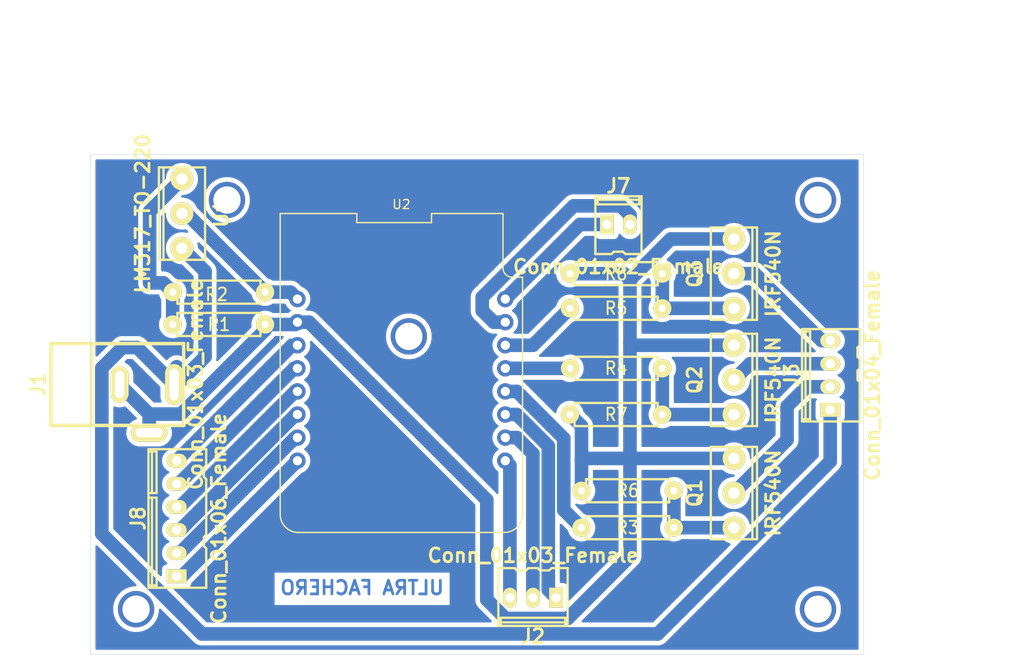
<source format=kicad_pcb>
(kicad_pcb (version 20171130) (host pcbnew 5.1.10-88a1d61d58~88~ubuntu18.04.1)

  (general
    (thickness 1.6)
    (drawings 15)
    (tracks 112)
    (zones 0)
    (modules 18)
    (nets 25)
  )

  (page A4)
  (layers
    (0 F.Cu signal)
    (31 B.Cu signal)
    (32 B.Adhes user)
    (33 F.Adhes user)
    (34 B.Paste user)
    (35 F.Paste user)
    (36 B.SilkS user)
    (37 F.SilkS user)
    (38 B.Mask user)
    (39 F.Mask user)
    (40 Dwgs.User user)
    (41 Cmts.User user)
    (42 Eco1.User user)
    (43 Eco2.User user)
    (44 Edge.Cuts user)
    (45 Margin user)
    (46 B.CrtYd user)
    (47 F.CrtYd user)
    (48 B.Fab user)
    (49 F.Fab user)
  )

  (setup
    (last_trace_width 0.25)
    (user_trace_width 1.5)
    (trace_clearance 0.2)
    (zone_clearance 0.508)
    (zone_45_only no)
    (trace_min 0.2)
    (via_size 0.8)
    (via_drill 0.4)
    (via_min_size 0.4)
    (via_min_drill 0.3)
    (uvia_size 0.3)
    (uvia_drill 0.1)
    (uvias_allowed no)
    (uvia_min_size 0.2)
    (uvia_min_drill 0.1)
    (edge_width 0.05)
    (segment_width 0.2)
    (pcb_text_width 0.3)
    (pcb_text_size 1.5 1.5)
    (mod_edge_width 0.12)
    (mod_text_size 1 1)
    (mod_text_width 0.15)
    (pad_size 1.524 1.524)
    (pad_drill 0.762)
    (pad_to_mask_clearance 0)
    (aux_axis_origin 120 80)
    (grid_origin 120 80)
    (visible_elements FFFFFF7F)
    (pcbplotparams
      (layerselection 0x00000_fffffffe)
      (usegerberextensions false)
      (usegerberattributes true)
      (usegerberadvancedattributes true)
      (creategerberjobfile true)
      (excludeedgelayer false)
      (linewidth 0.100000)
      (plotframeref false)
      (viasonmask false)
      (mode 1)
      (useauxorigin true)
      (hpglpennumber 1)
      (hpglpenspeed 20)
      (hpglpendiameter 15.000000)
      (psnegative false)
      (psa4output false)
      (plotreference true)
      (plotvalue true)
      (plotinvisibletext false)
      (padsonsilk true)
      (subtractmaskfromsilk false)
      (outputformat 4)
      (mirror false)
      (drillshape 2)
      (scaleselection 1)
      (outputdirectory "./"))
  )

  (net 0 "")
  (net 1 "Net-(Q1-Pad1)")
  (net 2 "Net-(J3-Pad2)")
  (net 3 GND)
  (net 4 "Net-(J3-Pad3)")
  (net 5 "Net-(Q2-Pad1)")
  (net 6 "Net-(J3-Pad4)")
  (net 7 "Net-(Q3-Pad1)")
  (net 8 "Net-(R1-Pad1)")
  (net 9 +5V)
  (net 10 /RED_LED)
  (net 11 /GREEN_LED)
  (net 12 /BLUE_LED)
  (net 13 /POWER)
  (net 14 "Net-(J7-Pad1)")
  (net 15 "Net-(J7-Pad2)")
  (net 16 "Net-(J8-Pad6)")
  (net 17 "Net-(J8-Pad5)")
  (net 18 "Net-(J8-Pad4)")
  (net 19 "Net-(J2-Pad1)")
  (net 20 "Net-(J8-Pad3)")
  (net 21 "Net-(J2-Pad2)")
  (net 22 "Net-(J8-Pad2)")
  (net 23 "Net-(J2-Pad3)")
  (net 24 "Net-(J8-Pad1)")

  (net_class Default "This is the default net class."
    (clearance 0.2)
    (trace_width 0.25)
    (via_dia 0.8)
    (via_drill 0.4)
    (uvia_dia 0.3)
    (uvia_drill 0.1)
    (add_net +5V)
    (add_net /BLUE_LED)
    (add_net /GREEN_LED)
    (add_net /POWER)
    (add_net /RED_LED)
    (add_net GND)
    (add_net "Net-(J2-Pad1)")
    (add_net "Net-(J2-Pad2)")
    (add_net "Net-(J2-Pad3)")
    (add_net "Net-(J3-Pad2)")
    (add_net "Net-(J3-Pad3)")
    (add_net "Net-(J3-Pad4)")
    (add_net "Net-(J7-Pad1)")
    (add_net "Net-(J7-Pad2)")
    (add_net "Net-(J8-Pad1)")
    (add_net "Net-(J8-Pad2)")
    (add_net "Net-(J8-Pad3)")
    (add_net "Net-(J8-Pad4)")
    (add_net "Net-(J8-Pad5)")
    (add_net "Net-(J8-Pad6)")
    (add_net "Net-(Q1-Pad1)")
    (add_net "Net-(Q2-Pad1)")
    (add_net "Net-(Q3-Pad1)")
    (add_net "Net-(R1-Pad1)")
  )

  (module transistor:to220 (layer F.Cu) (tedit 0) (tstamp 61E32FB1)
    (at 190.754 62.23 270)
    (descr TO220)
    (path /61E31C9F)
    (fp_text reference Q1 (at 0 4.318 90) (layer F.SilkS)
      (effects (font (size 1.524 1.524) (thickness 0.3048)))
    )
    (fp_text value IRF540N (at 0 -4.318 90) (layer F.SilkS)
      (effects (font (size 1.524 1.524) (thickness 0.3048)))
    )
    (fp_line (start -5.08 -2.032) (end 5.08 -2.032) (layer F.SilkS) (width 0.254))
    (fp_line (start -5.08 -1.27) (end -5.08 2.54) (layer F.SilkS) (width 0.254))
    (fp_line (start -5.08 2.54) (end 5.08 2.54) (layer F.SilkS) (width 0.254))
    (fp_line (start 5.08 2.54) (end 5.08 -2.54) (layer F.SilkS) (width 0.254))
    (fp_line (start 5.08 -2.54) (end -5.08 -2.54) (layer F.SilkS) (width 0.254))
    (fp_line (start -5.08 -2.54) (end -5.08 -1.27) (layer F.SilkS) (width 0.254))
    (pad 1 thru_hole circle (at 3.81 0 270) (size 2.49936 2.49936) (drill 1.24968) (layers *.Cu *.Mask F.SilkS)
      (net 1 "Net-(Q1-Pad1)"))
    (pad 2 thru_hole circle (at 0 0 270) (size 2.49936 2.49936) (drill 1.24968) (layers *.Cu *.Mask F.SilkS)
      (net 2 "Net-(J3-Pad2)"))
    (pad 3 thru_hole circle (at -3.81 0 270) (size 2.49936 2.49936) (drill 1.24968) (layers *.Cu *.Mask F.SilkS)
      (net 3 GND))
    (model /home/martin/KICAD/LIBS/martin/to/to220.wrl
      (at (xyz 0 0 0))
      (scale (xyz 1 1 1))
      (rotate (xyz 0 0 0))
    )
  )

  (module transistor:to220 (layer F.Cu) (tedit 0) (tstamp 61E32FBE)
    (at 190.754 49.784 270)
    (descr TO220)
    (path /61E4341F)
    (fp_text reference Q2 (at 0 4.318 90) (layer F.SilkS)
      (effects (font (size 1.524 1.524) (thickness 0.3048)))
    )
    (fp_text value IRF540N (at 0 -4.318 90) (layer F.SilkS)
      (effects (font (size 1.524 1.524) (thickness 0.3048)))
    )
    (fp_line (start -5.08 -2.54) (end -5.08 -1.27) (layer F.SilkS) (width 0.254))
    (fp_line (start 5.08 -2.54) (end -5.08 -2.54) (layer F.SilkS) (width 0.254))
    (fp_line (start 5.08 2.54) (end 5.08 -2.54) (layer F.SilkS) (width 0.254))
    (fp_line (start -5.08 2.54) (end 5.08 2.54) (layer F.SilkS) (width 0.254))
    (fp_line (start -5.08 -1.27) (end -5.08 2.54) (layer F.SilkS) (width 0.254))
    (fp_line (start -5.08 -2.032) (end 5.08 -2.032) (layer F.SilkS) (width 0.254))
    (pad 3 thru_hole circle (at -3.81 0 270) (size 2.49936 2.49936) (drill 1.24968) (layers *.Cu *.Mask F.SilkS)
      (net 3 GND))
    (pad 2 thru_hole circle (at 0 0 270) (size 2.49936 2.49936) (drill 1.24968) (layers *.Cu *.Mask F.SilkS)
      (net 4 "Net-(J3-Pad3)"))
    (pad 1 thru_hole circle (at 3.81 0 270) (size 2.49936 2.49936) (drill 1.24968) (layers *.Cu *.Mask F.SilkS)
      (net 5 "Net-(Q2-Pad1)"))
    (model /home/martin/KICAD/LIBS/martin/to/to220.wrl
      (at (xyz 0 0 0))
      (scale (xyz 1 1 1))
      (rotate (xyz 0 0 0))
    )
  )

  (module transistor:to220 (layer F.Cu) (tedit 0) (tstamp 61E32FCB)
    (at 190.754 38.1 270)
    (descr TO220)
    (path /61E44A9F)
    (fp_text reference Q3 (at 0 4.318 90) (layer F.SilkS)
      (effects (font (size 1.524 1.524) (thickness 0.3048)))
    )
    (fp_text value IRF540N (at 0 -4.318 90) (layer F.SilkS)
      (effects (font (size 1.524 1.524) (thickness 0.3048)))
    )
    (fp_line (start -5.08 -2.54) (end -5.08 -1.27) (layer F.SilkS) (width 0.254))
    (fp_line (start 5.08 -2.54) (end -5.08 -2.54) (layer F.SilkS) (width 0.254))
    (fp_line (start 5.08 2.54) (end 5.08 -2.54) (layer F.SilkS) (width 0.254))
    (fp_line (start -5.08 2.54) (end 5.08 2.54) (layer F.SilkS) (width 0.254))
    (fp_line (start -5.08 -1.27) (end -5.08 2.54) (layer F.SilkS) (width 0.254))
    (fp_line (start -5.08 -2.032) (end 5.08 -2.032) (layer F.SilkS) (width 0.254))
    (pad 3 thru_hole circle (at -3.81 0 270) (size 2.49936 2.49936) (drill 1.24968) (layers *.Cu *.Mask F.SilkS)
      (net 3 GND))
    (pad 2 thru_hole circle (at 0 0 270) (size 2.49936 2.49936) (drill 1.24968) (layers *.Cu *.Mask F.SilkS)
      (net 6 "Net-(J3-Pad4)"))
    (pad 1 thru_hole circle (at 3.81 0 270) (size 2.49936 2.49936) (drill 1.24968) (layers *.Cu *.Mask F.SilkS)
      (net 7 "Net-(Q3-Pad1)"))
    (model /home/martin/KICAD/LIBS/martin/to/to220.wrl
      (at (xyz 0 0 0))
      (scale (xyz 1 1 1))
      (rotate (xyz 0 0 0))
    )
  )

  (module resistor:RC05 (layer F.Cu) (tedit 0) (tstamp 61E32FD7)
    (at 134.112 43.688)
    (descr "Resistor, RC05")
    (tags R)
    (path /61E34E9E)
    (autoplace_cost180 10)
    (fp_text reference R1 (at 0 0) (layer F.SilkS)
      (effects (font (size 1.397 1.27) (thickness 0.2032)))
    )
    (fp_text value 3K (at 0 2.032) (layer F.SilkS) hide
      (effects (font (size 1.397 1.27) (thickness 0.2032)))
    )
    (fp_line (start 4.572 1.27) (end -4.572 1.27) (layer F.SilkS) (width 0.254))
    (fp_line (start -4.572 1.27) (end -4.572 -1.27) (layer F.SilkS) (width 0.254))
    (fp_line (start -4.572 -1.27) (end 4.572 -1.27) (layer F.SilkS) (width 0.254))
    (fp_line (start 4.572 -1.27) (end 4.572 1.27) (layer F.SilkS) (width 0.254))
    (fp_line (start -5.08 0) (end -4.572 0) (layer F.SilkS) (width 0.3048))
    (fp_line (start 5.08 0) (end 4.572 0) (layer F.SilkS) (width 0.3048))
    (pad 1 thru_hole circle (at -5.08 0) (size 1.99898 1.99898) (drill 0.8001) (layers *.Cu *.Mask F.SilkS)
      (net 8 "Net-(R1-Pad1)"))
    (pad 2 thru_hole circle (at 5.08 0) (size 1.99898 1.99898) (drill 0.8001) (layers *.Cu *.Mask F.SilkS)
      (net 3 GND))
    (model /home/martin/KICAD/LIBS/martin/pth_resistors/rc05.wrl
      (at (xyz 0 0 0))
      (scale (xyz 1 1 1))
      (rotate (xyz 0 0 0))
    )
  )

  (module resistor:RC05 (layer F.Cu) (tedit 0) (tstamp 61E32FE3)
    (at 134.112 40.132 180)
    (descr "Resistor, RC05")
    (tags R)
    (path /61E34ABB)
    (autoplace_cost180 10)
    (fp_text reference R2 (at 0.254 -0.254) (layer F.SilkS)
      (effects (font (size 1.397 1.27) (thickness 0.2032)))
    )
    (fp_text value 1K (at 0 2.032) (layer F.SilkS) hide
      (effects (font (size 1.397 1.27) (thickness 0.2032)))
    )
    (fp_line (start 5.08 0) (end 4.572 0) (layer F.SilkS) (width 0.3048))
    (fp_line (start -5.08 0) (end -4.572 0) (layer F.SilkS) (width 0.3048))
    (fp_line (start 4.572 -1.27) (end 4.572 1.27) (layer F.SilkS) (width 0.254))
    (fp_line (start -4.572 -1.27) (end 4.572 -1.27) (layer F.SilkS) (width 0.254))
    (fp_line (start -4.572 1.27) (end -4.572 -1.27) (layer F.SilkS) (width 0.254))
    (fp_line (start 4.572 1.27) (end -4.572 1.27) (layer F.SilkS) (width 0.254))
    (pad 2 thru_hole circle (at 5.08 0 180) (size 1.99898 1.99898) (drill 0.8001) (layers *.Cu *.Mask F.SilkS)
      (net 8 "Net-(R1-Pad1)"))
    (pad 1 thru_hole circle (at -5.08 0 180) (size 1.99898 1.99898) (drill 0.8001) (layers *.Cu *.Mask F.SilkS)
      (net 9 +5V))
    (model /home/martin/KICAD/LIBS/martin/pth_resistors/rc05.wrl
      (at (xyz 0 0 0))
      (scale (xyz 1 1 1))
      (rotate (xyz 0 0 0))
    )
  )

  (module resistor:RC05 (layer F.Cu) (tedit 0) (tstamp 61E32FEF)
    (at 179.07 66.04 180)
    (descr "Resistor, RC05")
    (tags R)
    (path /61E3E7C1)
    (autoplace_cost180 10)
    (fp_text reference R3 (at 0 0) (layer F.SilkS)
      (effects (font (size 1.397 1.27) (thickness 0.2032)))
    )
    (fp_text value 1K (at 0 2.032) (layer F.SilkS) hide
      (effects (font (size 1.397 1.27) (thickness 0.2032)))
    )
    (fp_line (start 5.08 0) (end 4.572 0) (layer F.SilkS) (width 0.3048))
    (fp_line (start -5.08 0) (end -4.572 0) (layer F.SilkS) (width 0.3048))
    (fp_line (start 4.572 -1.27) (end 4.572 1.27) (layer F.SilkS) (width 0.254))
    (fp_line (start -4.572 -1.27) (end 4.572 -1.27) (layer F.SilkS) (width 0.254))
    (fp_line (start -4.572 1.27) (end -4.572 -1.27) (layer F.SilkS) (width 0.254))
    (fp_line (start 4.572 1.27) (end -4.572 1.27) (layer F.SilkS) (width 0.254))
    (pad 2 thru_hole circle (at 5.08 0 180) (size 1.99898 1.99898) (drill 0.8001) (layers *.Cu *.Mask F.SilkS)
      (net 10 /RED_LED))
    (pad 1 thru_hole circle (at -5.08 0 180) (size 1.99898 1.99898) (drill 0.8001) (layers *.Cu *.Mask F.SilkS)
      (net 1 "Net-(Q1-Pad1)"))
    (model /home/martin/KICAD/LIBS/martin/pth_resistors/rc05.wrl
      (at (xyz 0 0 0))
      (scale (xyz 1 1 1))
      (rotate (xyz 0 0 0))
    )
  )

  (module resistor:RC05 (layer F.Cu) (tedit 0) (tstamp 61E32FFB)
    (at 177.8 48.514 180)
    (descr "Resistor, RC05")
    (tags R)
    (path /61E43434)
    (autoplace_cost180 10)
    (fp_text reference R4 (at 0 0) (layer F.SilkS)
      (effects (font (size 1.397 1.27) (thickness 0.2032)))
    )
    (fp_text value 1K (at 0 2.032) (layer F.SilkS) hide
      (effects (font (size 1.397 1.27) (thickness 0.2032)))
    )
    (fp_line (start 5.08 0) (end 4.572 0) (layer F.SilkS) (width 0.3048))
    (fp_line (start -5.08 0) (end -4.572 0) (layer F.SilkS) (width 0.3048))
    (fp_line (start 4.572 -1.27) (end 4.572 1.27) (layer F.SilkS) (width 0.254))
    (fp_line (start -4.572 -1.27) (end 4.572 -1.27) (layer F.SilkS) (width 0.254))
    (fp_line (start -4.572 1.27) (end -4.572 -1.27) (layer F.SilkS) (width 0.254))
    (fp_line (start 4.572 1.27) (end -4.572 1.27) (layer F.SilkS) (width 0.254))
    (pad 2 thru_hole circle (at 5.08 0 180) (size 1.99898 1.99898) (drill 0.8001) (layers *.Cu *.Mask F.SilkS)
      (net 11 /GREEN_LED))
    (pad 1 thru_hole circle (at -5.08 0 180) (size 1.99898 1.99898) (drill 0.8001) (layers *.Cu *.Mask F.SilkS)
      (net 5 "Net-(Q2-Pad1)"))
    (model /home/martin/KICAD/LIBS/martin/pth_resistors/rc05.wrl
      (at (xyz 0 0 0))
      (scale (xyz 1 1 1))
      (rotate (xyz 0 0 0))
    )
  )

  (module resistor:RC05 (layer F.Cu) (tedit 0) (tstamp 61E33007)
    (at 177.8 41.91 180)
    (descr "Resistor, RC05")
    (tags R)
    (path /61E44AB4)
    (autoplace_cost180 10)
    (fp_text reference R5 (at 0 0) (layer F.SilkS)
      (effects (font (size 1.397 1.27) (thickness 0.2032)))
    )
    (fp_text value 1K (at 0 2.032) (layer F.SilkS) hide
      (effects (font (size 1.397 1.27) (thickness 0.2032)))
    )
    (fp_line (start 4.572 1.27) (end -4.572 1.27) (layer F.SilkS) (width 0.254))
    (fp_line (start -4.572 1.27) (end -4.572 -1.27) (layer F.SilkS) (width 0.254))
    (fp_line (start -4.572 -1.27) (end 4.572 -1.27) (layer F.SilkS) (width 0.254))
    (fp_line (start 4.572 -1.27) (end 4.572 1.27) (layer F.SilkS) (width 0.254))
    (fp_line (start -5.08 0) (end -4.572 0) (layer F.SilkS) (width 0.3048))
    (fp_line (start 5.08 0) (end 4.572 0) (layer F.SilkS) (width 0.3048))
    (pad 1 thru_hole circle (at -5.08 0 180) (size 1.99898 1.99898) (drill 0.8001) (layers *.Cu *.Mask F.SilkS)
      (net 7 "Net-(Q3-Pad1)"))
    (pad 2 thru_hole circle (at 5.08 0 180) (size 1.99898 1.99898) (drill 0.8001) (layers *.Cu *.Mask F.SilkS)
      (net 12 /BLUE_LED))
    (model /home/martin/KICAD/LIBS/martin/pth_resistors/rc05.wrl
      (at (xyz 0 0 0))
      (scale (xyz 1 1 1))
      (rotate (xyz 0 0 0))
    )
  )

  (module resistor:RC05 (layer F.Cu) (tedit 0) (tstamp 61E33013)
    (at 179.07 61.976 180)
    (descr "Resistor, RC05")
    (tags R)
    (path /61E3EC4F)
    (autoplace_cost180 10)
    (fp_text reference R6 (at 0 0) (layer F.SilkS)
      (effects (font (size 1.397 1.27) (thickness 0.2032)))
    )
    (fp_text value 10K (at 0 2.032) (layer F.SilkS) hide
      (effects (font (size 1.397 1.27) (thickness 0.2032)))
    )
    (fp_line (start 4.572 1.27) (end -4.572 1.27) (layer F.SilkS) (width 0.254))
    (fp_line (start -4.572 1.27) (end -4.572 -1.27) (layer F.SilkS) (width 0.254))
    (fp_line (start -4.572 -1.27) (end 4.572 -1.27) (layer F.SilkS) (width 0.254))
    (fp_line (start 4.572 -1.27) (end 4.572 1.27) (layer F.SilkS) (width 0.254))
    (fp_line (start -5.08 0) (end -4.572 0) (layer F.SilkS) (width 0.3048))
    (fp_line (start 5.08 0) (end 4.572 0) (layer F.SilkS) (width 0.3048))
    (pad 1 thru_hole circle (at -5.08 0 180) (size 1.99898 1.99898) (drill 0.8001) (layers *.Cu *.Mask F.SilkS)
      (net 1 "Net-(Q1-Pad1)"))
    (pad 2 thru_hole circle (at 5.08 0 180) (size 1.99898 1.99898) (drill 0.8001) (layers *.Cu *.Mask F.SilkS)
      (net 3 GND))
    (model /home/martin/KICAD/LIBS/martin/pth_resistors/rc05.wrl
      (at (xyz 0 0 0))
      (scale (xyz 1 1 1))
      (rotate (xyz 0 0 0))
    )
  )

  (module resistor:RC05 (layer F.Cu) (tedit 0) (tstamp 61E3301F)
    (at 177.8 53.594 180)
    (descr "Resistor, RC05")
    (tags R)
    (path /61E4343A)
    (autoplace_cost180 10)
    (fp_text reference R7 (at 0 0) (layer F.SilkS)
      (effects (font (size 1.397 1.27) (thickness 0.2032)))
    )
    (fp_text value 10K (at 0 2.032) (layer F.SilkS) hide
      (effects (font (size 1.397 1.27) (thickness 0.2032)))
    )
    (fp_line (start 4.572 1.27) (end -4.572 1.27) (layer F.SilkS) (width 0.254))
    (fp_line (start -4.572 1.27) (end -4.572 -1.27) (layer F.SilkS) (width 0.254))
    (fp_line (start -4.572 -1.27) (end 4.572 -1.27) (layer F.SilkS) (width 0.254))
    (fp_line (start 4.572 -1.27) (end 4.572 1.27) (layer F.SilkS) (width 0.254))
    (fp_line (start -5.08 0) (end -4.572 0) (layer F.SilkS) (width 0.3048))
    (fp_line (start 5.08 0) (end 4.572 0) (layer F.SilkS) (width 0.3048))
    (pad 1 thru_hole circle (at -5.08 0 180) (size 1.99898 1.99898) (drill 0.8001) (layers *.Cu *.Mask F.SilkS)
      (net 5 "Net-(Q2-Pad1)"))
    (pad 2 thru_hole circle (at 5.08 0 180) (size 1.99898 1.99898) (drill 0.8001) (layers *.Cu *.Mask F.SilkS)
      (net 3 GND))
    (model /home/martin/KICAD/LIBS/martin/pth_resistors/rc05.wrl
      (at (xyz 0 0 0))
      (scale (xyz 1 1 1))
      (rotate (xyz 0 0 0))
    )
  )

  (module resistor:RC05 (layer F.Cu) (tedit 0) (tstamp 61E3302B)
    (at 177.8 38.1 180)
    (descr "Resistor, RC05")
    (tags R)
    (path /61E44ABA)
    (autoplace_cost180 10)
    (fp_text reference R8 (at 0 0) (layer F.SilkS)
      (effects (font (size 1.397 1.27) (thickness 0.2032)))
    )
    (fp_text value 10K (at 0 2.032) (layer F.SilkS) hide
      (effects (font (size 1.397 1.27) (thickness 0.2032)))
    )
    (fp_line (start 5.08 0) (end 4.572 0) (layer F.SilkS) (width 0.3048))
    (fp_line (start -5.08 0) (end -4.572 0) (layer F.SilkS) (width 0.3048))
    (fp_line (start 4.572 -1.27) (end 4.572 1.27) (layer F.SilkS) (width 0.254))
    (fp_line (start -4.572 -1.27) (end 4.572 -1.27) (layer F.SilkS) (width 0.254))
    (fp_line (start -4.572 1.27) (end -4.572 -1.27) (layer F.SilkS) (width 0.254))
    (fp_line (start 4.572 1.27) (end -4.572 1.27) (layer F.SilkS) (width 0.254))
    (pad 2 thru_hole circle (at 5.08 0 180) (size 1.99898 1.99898) (drill 0.8001) (layers *.Cu *.Mask F.SilkS)
      (net 3 GND))
    (pad 1 thru_hole circle (at -5.08 0 180) (size 1.99898 1.99898) (drill 0.8001) (layers *.Cu *.Mask F.SilkS)
      (net 7 "Net-(Q3-Pad1)"))
    (model /home/martin/KICAD/LIBS/martin/pth_resistors/rc05.wrl
      (at (xyz 0 0 0))
      (scale (xyz 1 1 1))
      (rotate (xyz 0 0 0))
    )
  )

  (module transistor:to220 (layer F.Cu) (tedit 0) (tstamp 61E33038)
    (at 130.048 31.496 90)
    (descr TO220)
    (path /61E323A3)
    (fp_text reference U1 (at 0 4.318 90) (layer F.SilkS)
      (effects (font (size 1.524 1.524) (thickness 0.3048)))
    )
    (fp_text value LM317_TO-220 (at 0 -4.318 90) (layer F.SilkS)
      (effects (font (size 1.524 1.524) (thickness 0.3048)))
    )
    (fp_line (start -5.08 -2.032) (end 5.08 -2.032) (layer F.SilkS) (width 0.254))
    (fp_line (start -5.08 -1.27) (end -5.08 2.54) (layer F.SilkS) (width 0.254))
    (fp_line (start -5.08 2.54) (end 5.08 2.54) (layer F.SilkS) (width 0.254))
    (fp_line (start 5.08 2.54) (end 5.08 -2.54) (layer F.SilkS) (width 0.254))
    (fp_line (start 5.08 -2.54) (end -5.08 -2.54) (layer F.SilkS) (width 0.254))
    (fp_line (start -5.08 -2.54) (end -5.08 -1.27) (layer F.SilkS) (width 0.254))
    (pad 1 thru_hole circle (at 3.81 0 90) (size 2.49936 2.49936) (drill 1.24968) (layers *.Cu *.Mask F.SilkS)
      (net 8 "Net-(R1-Pad1)"))
    (pad 2 thru_hole circle (at 0 0 90) (size 2.49936 2.49936) (drill 1.24968) (layers *.Cu *.Mask F.SilkS)
      (net 9 +5V))
    (pad 3 thru_hole circle (at -3.81 0 90) (size 2.49936 2.49936) (drill 1.24968) (layers *.Cu *.Mask F.SilkS)
      (net 13 /POWER))
    (model /home/martin/KICAD/LIBS/martin/to/to220.wrl
      (at (xyz 0 0 0))
      (scale (xyz 1 1 1))
      (rotate (xyz 0 0 0))
    )
  )

  (module D1:wemos-d1-mini-with-pin-header (layer F.Cu) (tedit 5EC772B1) (tstamp 61E33063)
    (at 154.178 49.784 270)
    (path /61E5202D)
    (fp_text reference U2 (at -19.3 0) (layer F.SilkS)
      (effects (font (size 1 1) (thickness 0.15)))
    )
    (fp_text value WeMos_D1_mini (at 0 0 90) (layer F.Fab)
      (effects (font (size 1 1) (thickness 0.15)))
    )
    (fp_line (start -18.3 13.33) (end 14.78 13.33) (layer F.SilkS) (width 0.15))
    (fp_line (start 16.78 11.33) (end 16.78 -11.33) (layer F.SilkS) (width 0.15))
    (fp_line (start 14.78 -13.33) (end -11.3 -13.33) (layer F.SilkS) (width 0.15))
    (fp_line (start -18.3 -11.18) (end -18.3 -3.32) (layer F.SilkS) (width 0.15))
    (fp_line (start -18.3 -3.32) (end -17.3 -3.32) (layer F.SilkS) (width 0.15))
    (fp_line (start -17.3 -3.32) (end -17.3 4.9) (layer F.SilkS) (width 0.15))
    (fp_line (start -17.3 4.9) (end -18.3 4.9) (layer F.SilkS) (width 0.15))
    (fp_line (start -18.3 4.9) (end -18.3 13.329999) (layer F.SilkS) (width 0.15))
    (fp_line (start -11.48 -13.5) (end 14.85 -13.5) (layer F.CrtYd) (width 0.05))
    (fp_line (start 16.94 -11.5) (end 16.94 11.5) (layer F.CrtYd) (width 0.05))
    (fp_line (start 14.94 13.5) (end -18.46 13.5) (layer F.CrtYd) (width 0.05))
    (fp_line (start -18.46 13.5) (end -18.46 -11.33) (layer F.CrtYd) (width 0.05))
    (fp_line (start -18.3 -11.18) (end -12.3 -11.18) (layer F.SilkS) (width 0.15))
    (fp_line (start -11.3 -12.17) (end -11.3 -13.33) (layer F.SilkS) (width 0.15))
    (fp_line (start -11.3 -13.33) (end -11.3 -13.33) (layer F.SilkS) (width 0.15))
    (fp_line (start -11.48 -13.5) (end -11.48 -12.33) (layer F.CrtYd) (width 0.05))
    (fp_line (start -18.46 -11.33) (end -12.48 -11.33) (layer F.CrtYd) (width 0.05))
    (fp_arc (start 14.78 -11.33) (end 14.78 -13.33) (angle 90) (layer F.SilkS) (width 0.15))
    (fp_arc (start 14.78 11.33) (end 16.78 11.33) (angle 90) (layer F.SilkS) (width 0.15))
    (fp_arc (start 14.94 11.5) (end 16.94 11.5) (angle 90) (layer F.CrtYd) (width 0.05))
    (fp_arc (start 14.94 -11.5) (end 14.85 -13.5) (angle 92.57657183) (layer F.CrtYd) (width 0.05))
    (fp_arc (start -12.3 -12.18) (end -11.3 -12.18) (angle 90) (layer F.SilkS) (width 0.15))
    (fp_arc (start -12.48 -12.33) (end -11.48 -12.33) (angle 90) (layer F.CrtYd) (width 0.05))
    (pad 8 thru_hole circle (at -8.89 -11.43 270) (size 1.8 1.8) (drill 1.016) (layers *.Cu *.Mask)
      (net 14 "Net-(J7-Pad1)"))
    (pad 9 thru_hole circle (at -8.89 11.43 270) (size 1.8 1.8) (drill 1.016) (layers *.Cu *.Mask)
      (net 9 +5V))
    (pad 7 thru_hole circle (at -6.35 -11.43 270) (size 1.8 1.8) (drill 1.016) (layers *.Cu *.Mask)
      (net 15 "Net-(J7-Pad2)"))
    (pad 10 thru_hole circle (at -6.35 11.43 270) (size 1.8 1.8) (drill 1.016) (layers *.Cu *.Mask)
      (net 3 GND))
    (pad 6 thru_hole circle (at -3.81 -11.43 270) (size 1.8 1.8) (drill 1.016) (layers *.Cu *.Mask)
      (net 12 /BLUE_LED))
    (pad 11 thru_hole circle (at -3.81 11.43 270) (size 1.8 1.8) (drill 1.016) (layers *.Cu *.Mask)
      (net 16 "Net-(J8-Pad6)"))
    (pad 5 thru_hole circle (at -1.27 -11.43 270) (size 1.8 1.8) (drill 1.016) (layers *.Cu *.Mask)
      (net 11 /GREEN_LED))
    (pad 12 thru_hole circle (at -1.27 11.43 270) (size 1.8 1.8) (drill 1.016) (layers *.Cu *.Mask)
      (net 17 "Net-(J8-Pad5)"))
    (pad 4 thru_hole circle (at 1.27 -11.43 270) (size 1.8 1.8) (drill 1.016) (layers *.Cu *.Mask)
      (net 10 /RED_LED))
    (pad 13 thru_hole circle (at 1.27 11.43 270) (size 1.8 1.8) (drill 1.016) (layers *.Cu *.Mask)
      (net 18 "Net-(J8-Pad4)"))
    (pad 3 thru_hole circle (at 3.81 -11.43 270) (size 1.8 1.8) (drill 1.016) (layers *.Cu *.Mask)
      (net 19 "Net-(J2-Pad1)"))
    (pad 14 thru_hole circle (at 3.81 11.43 270) (size 1.8 1.8) (drill 1.016) (layers *.Cu *.Mask)
      (net 20 "Net-(J8-Pad3)"))
    (pad 2 thru_hole circle (at 6.35 -11.43 270) (size 1.8 1.8) (drill 1.016) (layers *.Cu *.Mask)
      (net 21 "Net-(J2-Pad2)"))
    (pad 15 thru_hole circle (at 6.35 11.43 270) (size 1.8 1.8) (drill 1.016) (layers *.Cu *.Mask)
      (net 22 "Net-(J8-Pad2)"))
    (pad 1 thru_hole circle (at 8.89 -11.43 270) (size 1.8 1.8) (drill 1.016) (layers *.Cu *.Mask)
      (net 23 "Net-(J2-Pad3)"))
    (pad 16 thru_hole circle (at 8.89 11.43 270) (size 1.8 1.8) (drill 1.016) (layers *.Cu *.Mask)
      (net 24 "Net-(J8-Pad1)"))
    (model ${KIPRJMOD}/3dshapes/wemos_d1_mini.3dshapes/d1_mini_shield.wrl
      (offset (xyz -17.89999973116897 -12.79999980776329 5.099999923405687))
      (scale (xyz 0.3937 0.3937 0.3937))
      (rotate (xyz 0 180 90))
    )
    (model ${KIPRJMOD}/3dshapes/wemos_d1_mini.3dshapes/TSW-108-05-G-S.wrl
      (offset (xyz 0 -11.39999982878918 2.599999960951919))
      (scale (xyz 0.3937 0.3937 0.3937))
      (rotate (xyz 90 0 0))
    )
    (model ${KIPRJMOD}/3dshapes/wemos_d1_mini.3dshapes/TSW-108-05-G-S.wrl
      (offset (xyz 0 11.39999982878918 2.599999960951919))
      (scale (xyz 0.3937 0.3937 0.3937))
      (rotate (xyz 90 0 0))
    )
  )

  (module conn:kk100_22-23-2031 (layer F.Cu) (tedit 0) (tstamp 61E3337B)
    (at 168.656 73.66 180)
    (descr "3 pin vert. connector, Molex KK100 series")
    (path /61E5DB31)
    (fp_text reference J2 (at 0 -4.318) (layer F.SilkS)
      (effects (font (size 1.524 1.524) (thickness 0.3048)))
    )
    (fp_text value Conn_01x03_Female (at 0 4.56946) (layer F.SilkS)
      (effects (font (size 1.524 1.524) (thickness 0.3048)))
    )
    (fp_line (start -3.556 -2.286) (end 3.556 -2.286) (layer F.SilkS) (width 0.254))
    (fp_line (start 3.556 -2.794) (end -3.556 -2.794) (layer F.SilkS) (width 0.254))
    (fp_line (start 3.556 -2.286) (end 3.556 -3.175) (layer F.SilkS) (width 0.254))
    (fp_line (start -3.556 -2.286) (end -3.556 -3.175) (layer F.SilkS) (width 0.254))
    (fp_line (start -0.508 3.175) (end 0.508 3.175) (layer F.SilkS) (width 0.254))
    (fp_line (start 0.762 2.921) (end 1.778 2.921) (layer F.SilkS) (width 0.254))
    (fp_line (start 0.762 2.921) (end 0.508 3.175) (layer F.SilkS) (width 0.254))
    (fp_line (start 1.778 2.921) (end 2.032 3.175) (layer F.SilkS) (width 0.254))
    (fp_line (start 2.032 3.175) (end 3.81 3.175) (layer F.SilkS) (width 0.254))
    (fp_line (start -3.81 -3.175) (end 3.81 -3.175) (layer F.SilkS) (width 0.254))
    (fp_line (start -2.032 3.175) (end -3.81 3.175) (layer F.SilkS) (width 0.254))
    (fp_line (start -0.762 2.921) (end -0.508 3.175) (layer F.SilkS) (width 0.254))
    (fp_line (start -1.778 2.921) (end -2.032 3.175) (layer F.SilkS) (width 0.254))
    (fp_line (start -1.778 2.921) (end -0.762 2.921) (layer F.SilkS) (width 0.254))
    (fp_line (start 3.81 -3.175) (end 3.81 3.175) (layer F.SilkS) (width 0.254))
    (fp_line (start -3.81 3.175) (end -3.81 -3.175) (layer F.SilkS) (width 0.254))
    (pad 3 thru_hole oval (at 2.54 -0.0762 180) (size 1.524 2.1971) (drill 1.016) (layers *.Cu *.Mask F.SilkS)
      (net 23 "Net-(J2-Pad3)"))
    (pad 1 thru_hole rect (at -2.54 -0.0762 180) (size 1.524 2.1971) (drill 1.016) (layers *.Cu *.Mask F.SilkS)
      (net 19 "Net-(J2-Pad1)"))
    (pad 2 thru_hole oval (at 0 -0.0762 180) (size 1.524 2.1971) (drill 1.016) (layers *.Cu *.Mask F.SilkS)
      (net 21 "Net-(J2-Pad2)"))
    (model /home/martin/KICAD/LIBS/martin/conn_kk100/22-23-2031.wrl
      (at (xyz 0 0 0))
      (scale (xyz 1 1 1))
      (rotate (xyz 0 0 0))
    )
  )

  (module conn:kk100_22-23-2041 (layer F.Cu) (tedit 0) (tstamp 61E33393)
    (at 201.422 49.276 90)
    (descr "4 pin vert. connector, Molex KK100 series")
    (path /61E99A94)
    (fp_text reference J3 (at 0 -4.318 90) (layer F.SilkS)
      (effects (font (size 1.524 1.524) (thickness 0.3048)))
    )
    (fp_text value Conn_01x04_Female (at 0 4.56946 90) (layer F.SilkS)
      (effects (font (size 1.524 1.524) (thickness 0.3048)))
    )
    (fp_line (start 4.826 -2.286) (end 4.826 -3.175) (layer F.SilkS) (width 0.254))
    (fp_line (start 4.826 -2.794) (end -4.826 -2.794) (layer F.SilkS) (width 0.254))
    (fp_line (start -4.826 -2.286) (end 4.826 -2.286) (layer F.SilkS) (width 0.254))
    (fp_line (start -4.826 -2.286) (end -4.826 -3.175) (layer F.SilkS) (width 0.254))
    (fp_line (start -0.762 3.175) (end -5.08 3.175) (layer F.SilkS) (width 0.254))
    (fp_line (start -5.08 -3.175) (end 5.08 -3.175) (layer F.SilkS) (width 0.254))
    (fp_line (start 0.762 3.175) (end 1.778 3.175) (layer F.SilkS) (width 0.254))
    (fp_line (start 2.032 2.921) (end 3.048 2.921) (layer F.SilkS) (width 0.254))
    (fp_line (start 2.032 2.921) (end 1.778 3.175) (layer F.SilkS) (width 0.254))
    (fp_line (start 3.048 2.921) (end 3.302 3.175) (layer F.SilkS) (width 0.254))
    (fp_line (start 3.302 3.175) (end 5.08 3.175) (layer F.SilkS) (width 0.254))
    (fp_line (start 0.508 2.921) (end 0.762 3.175) (layer F.SilkS) (width 0.254))
    (fp_line (start -0.508 2.921) (end -0.762 3.175) (layer F.SilkS) (width 0.254))
    (fp_line (start -0.508 2.921) (end 0.508 2.921) (layer F.SilkS) (width 0.254))
    (fp_line (start 5.08 -3.175) (end 5.08 3.175) (layer F.SilkS) (width 0.254))
    (fp_line (start -5.08 3.175) (end -5.08 -3.175) (layer F.SilkS) (width 0.254))
    (pad 4 thru_hole oval (at 3.81 -0.0762 90) (size 1.524 2.1971) (drill 1.016) (layers *.Cu *.Mask F.SilkS)
      (net 6 "Net-(J3-Pad4)"))
    (pad 3 thru_hole oval (at 1.27 -0.0762 90) (size 1.524 2.1971) (drill 1.016) (layers *.Cu *.Mask F.SilkS)
      (net 4 "Net-(J3-Pad3)"))
    (pad 1 thru_hole rect (at -3.81 -0.0762 90) (size 1.524 2.1971) (drill 1.016) (layers *.Cu *.Mask F.SilkS)
      (net 13 /POWER))
    (pad 2 thru_hole oval (at -1.27 -0.0762 90) (size 1.524 2.1971) (drill 1.016) (layers *.Cu *.Mask F.SilkS)
      (net 2 "Net-(J3-Pad2)"))
    (model /home/martin/KICAD/LIBS/martin/conn_kk100/22-23-2041.wrl
      (at (xyz 0 0 0))
      (scale (xyz 1 1 1))
      (rotate (xyz 0 0 0))
    )
  )

  (module conn:kk100_22-23-2021 (layer F.Cu) (tedit 0) (tstamp 61E333A5)
    (at 178.054 32.766)
    (descr "2 pin vert. connector, Molex KK100 series")
    (path /61E61290)
    (fp_text reference J7 (at 0 -4.318) (layer F.SilkS)
      (effects (font (size 1.524 1.524) (thickness 0.3048)))
    )
    (fp_text value Conn_01x02_Female (at 0 4.572) (layer F.SilkS)
      (effects (font (size 1.524 1.524) (thickness 0.3048)))
    )
    (fp_line (start -2.54 -3.175) (end 2.54 -3.175) (layer F.SilkS) (width 0.254))
    (fp_line (start -2.54 3.175) (end -2.54 -3.175) (layer F.SilkS) (width 0.254))
    (fp_line (start 2.54 -3.175) (end 2.54 3.175) (layer F.SilkS) (width 0.254))
    (fp_line (start -0.508 2.921) (end 0.508 2.921) (layer F.SilkS) (width 0.254))
    (fp_line (start -0.508 2.921) (end -0.762 3.175) (layer F.SilkS) (width 0.254))
    (fp_line (start 0.508 2.921) (end 0.762 3.175) (layer F.SilkS) (width 0.254))
    (fp_line (start 0.762 3.175) (end 2.54 3.175) (layer F.SilkS) (width 0.254))
    (fp_line (start -0.762 3.175) (end -2.54 3.175) (layer F.SilkS) (width 0.254))
    (fp_line (start -2.286 -2.286) (end -2.286 -3.175) (layer F.SilkS) (width 0.254))
    (fp_line (start 2.286 -2.286) (end 2.286 -3.175) (layer F.SilkS) (width 0.254))
    (fp_line (start 2.286 -2.794) (end -2.286 -2.794) (layer F.SilkS) (width 0.254))
    (fp_line (start -2.286 -2.286) (end 2.286 -2.286) (layer F.SilkS) (width 0.254))
    (pad 2 thru_hole oval (at 1.27 -0.0762) (size 1.524 2.1971) (drill 1.016) (layers *.Cu *.Mask F.SilkS)
      (net 15 "Net-(J7-Pad2)"))
    (pad 1 thru_hole rect (at -1.27 -0.0762) (size 1.524 2.1971) (drill 1.016) (layers *.Cu *.Mask F.SilkS)
      (net 14 "Net-(J7-Pad1)"))
    (model /home/martin/KICAD/LIBS/martin/conn_kk100/22-23-2021.wrl
      (at (xyz 0 0 0))
      (scale (xyz 1 1 1))
      (rotate (xyz 0 0 0))
    )
  )

  (module conn:kk100_22-23-2061 (layer F.Cu) (tedit 0) (tstamp 61E333C3)
    (at 129.54 65.024 90)
    (descr "6 pin vert. connector, Molex KK100 series")
    (path /61E66157)
    (fp_text reference J8 (at 0 -4.318 90) (layer F.SilkS)
      (effects (font (size 1.524 1.524) (thickness 0.3048)))
    )
    (fp_text value Conn_01x06_Female (at 0 4.56946 90) (layer F.SilkS)
      (effects (font (size 1.524 1.524) (thickness 0.3048)))
    )
    (fp_line (start 2.794 -2.286) (end 7.366 -2.286) (layer F.SilkS) (width 0.254))
    (fp_line (start 2.794 -2.794) (end 7.366 -2.794) (layer F.SilkS) (width 0.254))
    (fp_line (start 2.286 -2.794) (end -7.366 -2.794) (layer F.SilkS) (width 0.254))
    (fp_line (start 2.286 -2.286) (end -7.366 -2.286) (layer F.SilkS) (width 0.254))
    (fp_line (start -7.366 -2.286) (end -7.366 -3.175) (layer F.SilkS) (width 0.254))
    (fp_line (start 7.366 -2.286) (end 7.366 -3.175) (layer F.SilkS) (width 0.254))
    (fp_line (start 2.794 -2.286) (end 2.794 -3.175) (layer F.SilkS) (width 0.254))
    (fp_line (start 2.286 -2.286) (end 2.286 -3.175) (layer F.SilkS) (width 0.254))
    (fp_line (start -7.62 -3.175) (end 7.62 -3.175) (layer F.SilkS) (width 0.254))
    (fp_line (start -1.778 3.175) (end 4.318 3.175) (layer F.SilkS) (width 0.254))
    (fp_line (start -3.302 3.175) (end -7.62 3.175) (layer F.SilkS) (width 0.254))
    (fp_line (start 4.572 2.921) (end 5.588 2.921) (layer F.SilkS) (width 0.254))
    (fp_line (start 4.572 2.921) (end 4.318 3.175) (layer F.SilkS) (width 0.254))
    (fp_line (start 5.588 2.921) (end 5.842 3.175) (layer F.SilkS) (width 0.254))
    (fp_line (start 5.842 3.175) (end 7.62 3.175) (layer F.SilkS) (width 0.254))
    (fp_line (start -2.032 2.921) (end -1.778 3.175) (layer F.SilkS) (width 0.254))
    (fp_line (start -3.048 2.921) (end -3.302 3.175) (layer F.SilkS) (width 0.254))
    (fp_line (start -3.048 2.921) (end -2.032 2.921) (layer F.SilkS) (width 0.254))
    (fp_line (start 7.62 -3.175) (end 7.62 3.175) (layer F.SilkS) (width 0.254))
    (fp_line (start -7.62 3.175) (end -7.62 -3.175) (layer F.SilkS) (width 0.254))
    (pad 4 thru_hole oval (at 1.27 -0.0762 90) (size 1.524 2.1971) (drill 1.016) (layers *.Cu *.Mask F.SilkS)
      (net 18 "Net-(J8-Pad4)"))
    (pad 3 thru_hole oval (at -1.27 -0.0762 90) (size 1.524 2.1971) (drill 1.016) (layers *.Cu *.Mask F.SilkS)
      (net 20 "Net-(J8-Pad3)"))
    (pad 6 thru_hole oval (at 6.35 -0.0762 90) (size 1.524 2.1971) (drill 1.016) (layers *.Cu *.Mask F.SilkS)
      (net 16 "Net-(J8-Pad6)"))
    (pad 5 thru_hole oval (at 3.81 -0.0762 90) (size 1.524 2.1971) (drill 1.016) (layers *.Cu *.Mask F.SilkS)
      (net 17 "Net-(J8-Pad5)"))
    (pad 1 thru_hole rect (at -6.35 -0.0762 90) (size 1.524 2.1971) (drill 1.016) (layers *.Cu *.Mask F.SilkS)
      (net 24 "Net-(J8-Pad1)"))
    (pad 2 thru_hole oval (at -3.81 -0.0762 90) (size 1.524 2.1971) (drill 1.016) (layers *.Cu *.Mask F.SilkS)
      (net 22 "Net-(J8-Pad2)"))
    (model /home/martin/KICAD/LIBS/martin/conn_kk100/22-23-2061.wrl
      (at (xyz 0 0 0))
      (scale (xyz 1 1 1))
      (rotate (xyz 0 0 0))
    )
  )

  (module conector_power:dc_socket (layer F.Cu) (tedit 0) (tstamp 61E34772)
    (at 122.936 50.292 270)
    (descr "Socket, DC power supply")
    (path /61EC93F9)
    (fp_text reference J1 (at 0 8.6995 90) (layer F.SilkS)
      (effects (font (size 1.524 1.524) (thickness 0.3048)))
    )
    (fp_text value Conn_01x03_Female (at 0 -8.60044 90) (layer F.SilkS)
      (effects (font (size 1.524 1.524) (thickness 0.3048)))
    )
    (fp_line (start -4.50088 2.79908) (end 4.50088 2.79908) (layer F.SilkS) (width 0.381))
    (fp_line (start -4.50088 7.29996) (end 4.50088 7.29996) (layer F.SilkS) (width 0.381))
    (fp_line (start 4.50088 7.29996) (end 4.50088 -7.29996) (layer F.SilkS) (width 0.381))
    (fp_line (start 4.50088 -7.29996) (end -4.50088 -7.29996) (layer F.SilkS) (width 0.381))
    (fp_line (start -4.50088 -7.29996) (end -4.50088 7.29996) (layer F.SilkS) (width 0.381))
    (pad 1 thru_hole oval (at 5.30098 -3.50012 270) (size 1.99898 4.0005) (drill oval 1.00076 2.99974) (layers *.Cu *.Mask F.SilkS)
      (net 3 GND))
    (pad 2 thru_hole oval (at 0 -0.24892 270) (size 4.0005 1.99898) (drill oval 2.99974 1.00076) (layers *.Cu *.Mask F.SilkS)
      (net 3 GND))
    (pad 3 thru_hole oval (at 0 -6.25094 270) (size 4.50088 1.99898) (drill oval 3.50012 1.00076) (layers *.Cu *.Mask F.SilkS)
      (net 13 /POWER))
    (model /home/martin/KICAD/LIBS/martin/conn_misc/dc_socket.wrl
      (at (xyz 0 0 0))
      (scale (xyz 1 1 1))
      (rotate (xyz 0 0 0))
    )
  )

  (dimension 20 (width 0.15) (layer Dwgs.User)
    (gr_text "20,000 mm" (at 221.3 35 90) (layer Dwgs.User)
      (effects (font (size 1 1) (thickness 0.15)))
    )
    (feature1 (pts (xy 155 25) (xy 220.586421 25)))
    (feature2 (pts (xy 155 45) (xy 220.586421 45)))
    (crossbar (pts (xy 220 45) (xy 220 25)))
    (arrow1a (pts (xy 220 25) (xy 220.586421 26.126504)))
    (arrow1b (pts (xy 220 25) (xy 219.413579 26.126504)))
    (arrow2a (pts (xy 220 45) (xy 220.586421 43.873496)))
    (arrow2b (pts (xy 220 45) (xy 219.413579 43.873496)))
  )
  (dimension 50 (width 0.15) (layer Dwgs.User)
    (gr_text "50,000 mm" (at 180 8.7) (layer Dwgs.User)
      (effects (font (size 1 1) (thickness 0.15)))
    )
    (feature1 (pts (xy 205 45) (xy 205 9.413579)))
    (feature2 (pts (xy 155 45) (xy 155 9.413579)))
    (crossbar (pts (xy 155 10) (xy 205 10)))
    (arrow1a (pts (xy 205 10) (xy 203.873496 10.586421)))
    (arrow1b (pts (xy 205 10) (xy 203.873496 9.413579)))
    (arrow2a (pts (xy 155 10) (xy 156.126504 10.586421)))
    (arrow2b (pts (xy 155 10) (xy 156.126504 9.413579)))
  )
  (dimension 5 (width 0.15) (layer Dwgs.User)
    (gr_text "5,000 mm" (at 113.7 27.5 90) (layer Dwgs.User)
      (effects (font (size 1 1) (thickness 0.15)))
    )
    (feature1 (pts (xy 135 25) (xy 114.413579 25)))
    (feature2 (pts (xy 135 30) (xy 114.413579 30)))
    (crossbar (pts (xy 115 30) (xy 115 25)))
    (arrow1a (pts (xy 115 25) (xy 115.586421 26.126504)))
    (arrow1b (pts (xy 115 25) (xy 114.413579 26.126504)))
    (arrow2a (pts (xy 115 30) (xy 115.586421 28.873496)))
    (arrow2b (pts (xy 115 30) (xy 114.413579 28.873496)))
  )
  (dimension 15 (width 0.15) (layer Dwgs.User)
    (gr_text "15,000 mm" (at 127.5 13.7) (layer Dwgs.User)
      (effects (font (size 1 1) (thickness 0.15)))
    )
    (feature1 (pts (xy 135 30) (xy 135 14.413579)))
    (feature2 (pts (xy 120 30) (xy 120 14.413579)))
    (crossbar (pts (xy 120 15) (xy 135 15)))
    (arrow1a (pts (xy 135 15) (xy 133.873496 15.586421)))
    (arrow1b (pts (xy 135 15) (xy 133.873496 14.413579)))
    (arrow2a (pts (xy 120 15) (xy 121.126504 15.586421)))
    (arrow2b (pts (xy 120 15) (xy 121.126504 14.413579)))
  )
  (dimension 5 (width 0.15) (layer Dwgs.User)
    (gr_text "5,000 mm" (at 196.3 77.5 90) (layer Dwgs.User)
      (effects (font (size 1 1) (thickness 0.15)))
    )
    (feature1 (pts (xy 195 75) (xy 195.586421 75)))
    (feature2 (pts (xy 195 80) (xy 195.586421 80)))
    (crossbar (pts (xy 195 80) (xy 195 75)))
    (arrow1a (pts (xy 195 75) (xy 195.586421 76.126504)))
    (arrow1b (pts (xy 195 75) (xy 194.413579 76.126504)))
    (arrow2a (pts (xy 195 80) (xy 195.586421 78.873496)))
    (arrow2b (pts (xy 195 80) (xy 194.413579 78.873496)))
  )
  (dimension 5 (width 0.15) (layer Dwgs.User)
    (gr_text "5,000 mm" (at 202.5 71.3) (layer Dwgs.User)
      (effects (font (size 1 1) (thickness 0.15)))
    )
    (feature1 (pts (xy 205 70) (xy 205 70.586421)))
    (feature2 (pts (xy 200 70) (xy 200 70.586421)))
    (crossbar (pts (xy 200 70) (xy 205 70)))
    (arrow1a (pts (xy 205 70) (xy 203.873496 70.586421)))
    (arrow1b (pts (xy 205 70) (xy 203.873496 69.413579)))
    (arrow2a (pts (xy 200 70) (xy 201.126504 70.586421)))
    (arrow2b (pts (xy 200 70) (xy 201.126504 69.413579)))
  )
  (gr_line (start 120 80) (end 125 80) (layer Edge.Cuts) (width 0.05) (tstamp 61E348C2))
  (gr_line (start 120 25) (end 120 80) (layer Edge.Cuts) (width 0.05))
  (gr_line (start 125 25) (end 120 25) (layer Edge.Cuts) (width 0.05))
  (gr_text "ULTRA FACHERO" (at 149.86 72.644) (layer B.Cu)
    (effects (font (size 1.5 1.5) (thickness 0.3)) (justify mirror))
  )
  (gr_line (start 205 80) (end 125 80) (layer Edge.Cuts) (width 0.05))
  (gr_line (start 205 25) (end 205 80) (layer Edge.Cuts) (width 0.05))
  (gr_line (start 125 25) (end 205 25) (layer Edge.Cuts) (width 0.05))
  (dimension 55 (width 0.15) (layer Dwgs.User)
    (gr_text "55,000 mm" (at 216.3 52.5 270) (layer Dwgs.User)
      (effects (font (size 1 1) (thickness 0.15)))
    )
    (feature1 (pts (xy 205 80) (xy 215.586421 80)))
    (feature2 (pts (xy 205 25) (xy 215.586421 25)))
    (crossbar (pts (xy 215 25) (xy 215 80)))
    (arrow1a (pts (xy 215 80) (xy 214.413579 78.873496)))
    (arrow1b (pts (xy 215 80) (xy 215.586421 78.873496)))
    (arrow2a (pts (xy 215 25) (xy 214.413579 26.126504)))
    (arrow2b (pts (xy 215 25) (xy 215.586421 26.126504)))
  )
  (dimension 85 (width 0.15) (layer Dwgs.User)
    (gr_text "85,000 mm" (at 162.5 18.700001) (layer Dwgs.User)
      (effects (font (size 1 1) (thickness 0.15)))
    )
    (feature1 (pts (xy 120 25) (xy 120 19.41358)))
    (feature2 (pts (xy 205 25) (xy 205 19.41358)))
    (crossbar (pts (xy 205 20.000001) (xy 120 20.000001)))
    (arrow1a (pts (xy 120 20.000001) (xy 121.126504 19.41358)))
    (arrow1b (pts (xy 120 20.000001) (xy 121.126504 20.586422)))
    (arrow2a (pts (xy 205 20.000001) (xy 203.873496 19.41358)))
    (arrow2b (pts (xy 205 20.000001) (xy 203.873496 20.586422)))
  )

  (via (at 200 30) (size 4) (drill 3) (layers F.Cu B.Cu) (net 0))
  (via (at 200 75) (size 4) (drill 3) (layers F.Cu B.Cu) (net 0) (tstamp 61E34D67))
  (via (at 125 75) (size 4) (drill 3) (layers F.Cu B.Cu) (net 0) (tstamp 61E34D67))
  (via (at 135 30) (size 4) (drill 3) (layers F.Cu B.Cu) (net 0) (tstamp 61E34D67))
  (via (at 155 45) (size 4) (drill 3) (layers F.Cu B.Cu) (net 0) (tstamp 61E34D67))
  (segment (start 184.15 61.976) (end 184.15 66.04) (width 1.5) (layer B.Cu) (net 1))
  (segment (start 184.15 66.04) (end 190.754 66.04) (width 1.5) (layer B.Cu) (net 1))
  (segment (start 190.754 62.23) (end 196.596 56.388) (width 1.5) (layer B.Cu) (net 2))
  (segment (start 198.74725 50.546) (end 201.3458 50.546) (width 1.5) (layer B.Cu) (net 2))
  (segment (start 196.596 52.69725) (end 198.74725 50.546) (width 1.5) (layer B.Cu) (net 2))
  (segment (start 196.596 56.388) (end 196.596 52.69725) (width 1.5) (layer B.Cu) (net 2))
  (segment (start 142.494 43.688) (end 142.748 43.434) (width 1.5) (layer B.Cu) (net 3))
  (segment (start 139.192 43.688) (end 142.494 43.688) (width 1.5) (layer B.Cu) (net 3))
  (segment (start 173.99 54.864) (end 172.72 53.594) (width 1.5) (layer B.Cu) (net 3))
  (segment (start 174.244 58.42) (end 173.99 58.674) (width 1.5) (layer B.Cu) (net 3))
  (segment (start 173.99 58.674) (end 173.99 54.864) (width 1.5) (layer B.Cu) (net 3))
  (segment (start 173.99 61.976) (end 173.99 58.674) (width 1.5) (layer B.Cu) (net 3))
  (segment (start 190.754 34.29) (end 183.804752 34.29) (width 1.5) (layer B.Cu) (net 3))
  (segment (start 183.804752 34.29) (end 179.324 38.770752) (width 1.5) (layer B.Cu) (net 3))
  (segment (start 179.324 58.42) (end 174.244 58.42) (width 1.5) (layer B.Cu) (net 3))
  (segment (start 190.754 58.42) (end 179.324 58.42) (width 1.5) (layer B.Cu) (net 3))
  (segment (start 179.578 45.974) (end 179.324 45.72) (width 1.5) (layer B.Cu) (net 3))
  (segment (start 190.754 45.974) (end 179.578 45.974) (width 1.5) (layer B.Cu) (net 3))
  (segment (start 179.324 45.72) (end 179.324 58.42) (width 1.5) (layer B.Cu) (net 3))
  (segment (start 179.324 38.770752) (end 179.324 45.72) (width 1.5) (layer B.Cu) (net 3))
  (segment (start 178.653248 38.1) (end 179.324 38.770752) (width 1.5) (layer B.Cu) (net 3))
  (segment (start 172.72 38.1) (end 178.653248 38.1) (width 1.5) (layer B.Cu) (net 3))
  (segment (start 126.43612 53.5432) (end 123.18492 50.292) (width 1.5) (layer B.Cu) (net 3))
  (segment (start 126.43612 55.59298) (end 126.43612 53.5432) (width 1.5) (layer B.Cu) (net 3))
  (segment (start 139.192 44.294899) (end 139.192 43.688) (width 1.5) (layer B.Cu) (net 3))
  (segment (start 129.943699 53.5432) (end 139.192 44.294899) (width 1.5) (layer B.Cu) (net 3))
  (segment (start 126.43612 53.5432) (end 129.943699 53.5432) (width 1.5) (layer B.Cu) (net 3))
  (segment (start 144.020792 43.434) (end 163.576 62.989208) (width 1.5) (layer B.Cu) (net 3))
  (segment (start 165.646092 76.023989) (end 172.478763 76.023989) (width 1.5) (layer B.Cu) (net 3))
  (segment (start 172.478763 76.023989) (end 179.324 69.178752) (width 1.5) (layer B.Cu) (net 3))
  (segment (start 142.748 43.434) (end 144.020792 43.434) (width 1.5) (layer B.Cu) (net 3))
  (segment (start 179.324 69.178752) (end 179.324 58.42) (width 1.5) (layer B.Cu) (net 3))
  (segment (start 163.576 62.989208) (end 163.576 73.953897) (width 1.5) (layer B.Cu) (net 3))
  (segment (start 163.576 73.953897) (end 165.646092 76.023989) (width 1.5) (layer B.Cu) (net 3))
  (segment (start 192.532 48.006) (end 201.3458 48.006) (width 1.5) (layer B.Cu) (net 4))
  (segment (start 190.754 49.784) (end 192.532 48.006) (width 1.5) (layer B.Cu) (net 4))
  (segment (start 182.88 48.514) (end 182.88 53.594) (width 1.5) (layer B.Cu) (net 5))
  (segment (start 182.88 53.594) (end 190.754 53.594) (width 1.5) (layer B.Cu) (net 5))
  (segment (start 201.3458 45.466) (end 200.406 45.466) (width 1.5) (layer B.Cu) (net 6))
  (segment (start 193.04 38.1) (end 190.754 38.1) (width 1.5) (layer B.Cu) (net 6))
  (segment (start 200.406 45.466) (end 193.04 38.1) (width 1.5) (layer B.Cu) (net 6))
  (segment (start 182.88 38.1) (end 182.88 41.91) (width 1.5) (layer B.Cu) (net 7))
  (segment (start 182.88 41.91) (end 190.754 41.91) (width 1.5) (layer B.Cu) (net 7))
  (segment (start 129.032 43.688) (end 129.032 40.132) (width 1.5) (layer B.Cu) (net 8))
  (segment (start 130.048 27.686) (end 126.492 31.242) (width 1.5) (layer B.Cu) (net 8))
  (segment (start 126.492 31.242) (end 126.492 39.116) (width 1.5) (layer B.Cu) (net 8))
  (segment (start 128.016 39.116) (end 129.032 40.132) (width 1.5) (layer B.Cu) (net 8))
  (segment (start 126.492 39.116) (end 128.016 39.116) (width 1.5) (layer B.Cu) (net 8))
  (segment (start 141.986 40.132) (end 142.748 40.894) (width 1.5) (layer B.Cu) (net 9))
  (segment (start 139.192 40.132) (end 141.986 40.132) (width 1.5) (layer B.Cu) (net 9))
  (segment (start 130.556 31.496) (end 139.192 40.132) (width 1.5) (layer B.Cu) (net 9))
  (segment (start 130.048 31.496) (end 130.556 31.496) (width 1.5) (layer B.Cu) (net 9))
  (segment (start 172.040509 56.213717) (end 172.040509 64.090509) (width 1.5) (layer B.Cu) (net 10))
  (segment (start 166.880792 51.054) (end 172.040509 56.213717) (width 1.5) (layer B.Cu) (net 10))
  (segment (start 165.608 51.054) (end 166.880792 51.054) (width 1.5) (layer B.Cu) (net 10))
  (segment (start 172.040509 64.090509) (end 173.99 66.04) (width 1.5) (layer B.Cu) (net 10))
  (segment (start 165.608 48.514) (end 172.72 48.514) (width 1.5) (layer B.Cu) (net 11))
  (segment (start 168.656 45.974) (end 165.608 45.974) (width 1.5) (layer B.Cu) (net 12))
  (segment (start 172.72 41.91) (end 168.656 45.974) (width 1.5) (layer B.Cu) (net 12))
  (segment (start 129.4638 49.022) (end 129.4638 48.3362) (width 1.5) (layer B.Cu) (net 13))
  (segment (start 129.18694 50.292) (end 129.54 50.292) (width 1.5) (layer B.Cu) (net 13))
  (segment (start 129.54 50.292) (end 132.588 47.244) (width 1.5) (layer B.Cu) (net 13))
  (segment (start 132.588 37.846) (end 130.048 35.306) (width 1.5) (layer B.Cu) (net 13))
  (segment (start 132.588 47.244) (end 132.588 37.846) (width 1.5) (layer B.Cu) (net 13))
  (segment (start 129.18694 50.292) (end 125.12294 46.228) (width 1.5) (layer B.Cu) (net 13))
  (segment (start 125.12294 46.228) (end 123.491151 46.228) (width 1.5) (layer B.Cu) (net 13))
  (segment (start 123.491151 46.228) (end 121.23542 48.483731) (width 1.5) (layer B.Cu) (net 13))
  (segment (start 121.23542 48.483731) (end 121.23542 66.716172) (width 1.5) (layer B.Cu) (net 13))
  (segment (start 121.23542 66.716172) (end 132.243248 77.724) (width 1.5) (layer B.Cu) (net 13))
  (segment (start 132.243248 77.724) (end 182.372 77.724) (width 1.5) (layer B.Cu) (net 13))
  (segment (start 201.3458 58.7502) (end 201.3458 53.086) (width 1.5) (layer B.Cu) (net 13))
  (segment (start 182.372 77.724) (end 201.3458 58.7502) (width 1.5) (layer B.Cu) (net 13))
  (segment (start 173.8122 32.6898) (end 176.784 32.6898) (width 1.5) (layer B.Cu) (net 14))
  (segment (start 165.608 40.894) (end 173.8122 32.6898) (width 1.5) (layer B.Cu) (net 14))
  (segment (start 173.122749 30.641249) (end 163.068 40.695998) (width 1.5) (layer B.Cu) (net 15))
  (segment (start 178.306001 30.641249) (end 173.122749 30.641249) (width 1.5) (layer B.Cu) (net 15))
  (segment (start 179.324 31.659248) (end 178.306001 30.641249) (width 1.5) (layer B.Cu) (net 15))
  (segment (start 179.324 32.6898) (end 179.324 31.659248) (width 1.5) (layer B.Cu) (net 15))
  (segment (start 164.335208 43.434) (end 165.608 43.434) (width 1.5) (layer B.Cu) (net 15))
  (segment (start 163.068 42.166792) (end 164.335208 43.434) (width 1.5) (layer B.Cu) (net 15))
  (segment (start 163.068 40.695998) (end 163.068 42.166792) (width 1.5) (layer B.Cu) (net 15))
  (segment (start 142.1638 45.974) (end 142.748 45.974) (width 1.5) (layer B.Cu) (net 16))
  (segment (start 129.4638 58.674) (end 142.1638 45.974) (width 1.5) (layer B.Cu) (net 16))
  (segment (start 129.681497 61.214) (end 129.4638 61.214) (width 1.5) (layer B.Cu) (net 17))
  (segment (start 142.381497 48.514) (end 129.681497 61.214) (width 1.5) (layer B.Cu) (net 17))
  (segment (start 142.748 48.514) (end 142.381497 48.514) (width 1.5) (layer B.Cu) (net 17))
  (segment (start 142.50035 51.054) (end 142.748 51.054) (width 1.5) (layer B.Cu) (net 18))
  (segment (start 129.80035 63.754) (end 142.50035 51.054) (width 1.5) (layer B.Cu) (net 18))
  (segment (start 129.4638 63.754) (end 129.80035 63.754) (width 1.5) (layer B.Cu) (net 18))
  (segment (start 166.880792 53.594) (end 170.340498 57.053706) (width 1.5) (layer B.Cu) (net 19))
  (segment (start 165.608 53.594) (end 166.880792 53.594) (width 1.5) (layer B.Cu) (net 19))
  (segment (start 170.340498 72.880698) (end 171.196 73.7362) (width 1.5) (layer B.Cu) (net 19))
  (segment (start 170.340498 57.053706) (end 170.340498 72.880698) (width 1.5) (layer B.Cu) (net 19))
  (segment (start 129.849998 66.294) (end 129.4638 66.294) (width 1.5) (layer B.Cu) (net 20))
  (segment (start 142.549998 53.594) (end 129.849998 66.294) (width 1.5) (layer B.Cu) (net 20))
  (segment (start 142.748 53.594) (end 142.549998 53.594) (width 1.5) (layer B.Cu) (net 20))
  (segment (start 168.656 73.7362) (end 168.640489 73.720689) (width 1.5) (layer B.Cu) (net 21))
  (segment (start 168.640489 57.893697) (end 166.880792 56.134) (width 1.5) (layer B.Cu) (net 21))
  (segment (start 168.640489 73.720689) (end 168.640489 57.893697) (width 1.5) (layer B.Cu) (net 21))
  (segment (start 166.880792 56.134) (end 165.608 56.134) (width 1.5) (layer B.Cu) (net 21))
  (segment (start 142.50035 56.134) (end 142.748 56.134) (width 1.5) (layer B.Cu) (net 22))
  (segment (start 129.80035 68.834) (end 142.50035 56.134) (width 1.5) (layer B.Cu) (net 22))
  (segment (start 129.4638 68.834) (end 129.80035 68.834) (width 1.5) (layer B.Cu) (net 22))
  (segment (start 166.116 59.182) (end 165.608 58.674) (width 1.5) (layer B.Cu) (net 23))
  (segment (start 166.116 73.7362) (end 166.116 59.182) (width 1.5) (layer B.Cu) (net 23))
  (segment (start 130.048 71.374) (end 129.4638 71.374) (width 1.5) (layer B.Cu) (net 24))
  (segment (start 142.748 58.674) (end 130.048 71.374) (width 1.5) (layer B.Cu) (net 24))

  (zone (net 0) (net_name "") (layer B.Cu) (tstamp 0) (hatch edge 0.508)
    (connect_pads (clearance 0.508))
    (min_thickness 0.254)
    (fill yes (arc_segments 32) (thermal_gap 0.508) (thermal_bridge_width 0.508))
    (polygon
      (pts
        (xy 205 80) (xy 120 80) (xy 120 25) (xy 205 25)
      )
    )
    (filled_polygon
      (pts
        (xy 204.340001 79.34) (xy 120.66 79.34) (xy 120.66 68.099437) (xy 124.925563 72.365) (xy 124.740475 72.365)
        (xy 124.231399 72.466261) (xy 123.751859 72.664893) (xy 123.320285 72.953262) (xy 122.953262 73.320285) (xy 122.664893 73.751859)
        (xy 122.466261 74.231399) (xy 122.365 74.740475) (xy 122.365 75.259525) (xy 122.466261 75.768601) (xy 122.664893 76.248141)
        (xy 122.953262 76.679715) (xy 123.320285 77.046738) (xy 123.751859 77.335107) (xy 124.231399 77.533739) (xy 124.740475 77.635)
        (xy 125.259525 77.635) (xy 125.768601 77.533739) (xy 126.248141 77.335107) (xy 126.679715 77.046738) (xy 127.046738 76.679715)
        (xy 127.335107 76.248141) (xy 127.533739 75.768601) (xy 127.635 75.259525) (xy 127.635 75.074438) (xy 131.215798 78.655236)
        (xy 131.259167 78.708081) (xy 131.312012 78.75145) (xy 131.312014 78.751452) (xy 131.470059 78.881156) (xy 131.47006 78.881157)
        (xy 131.710667 79.009764) (xy 131.971741 79.08896) (xy 132.175211 79.109) (xy 132.175219 79.109) (xy 132.243248 79.1157)
        (xy 132.311277 79.109) (xy 182.303971 79.109) (xy 182.372 79.1157) (xy 182.440029 79.109) (xy 182.440037 79.109)
        (xy 182.643507 79.08896) (xy 182.904581 79.009764) (xy 183.145188 78.881157) (xy 183.356081 78.708081) (xy 183.399454 78.655231)
        (xy 187.31421 74.740475) (xy 197.365 74.740475) (xy 197.365 75.259525) (xy 197.466261 75.768601) (xy 197.664893 76.248141)
        (xy 197.953262 76.679715) (xy 198.320285 77.046738) (xy 198.751859 77.335107) (xy 199.231399 77.533739) (xy 199.740475 77.635)
        (xy 200.259525 77.635) (xy 200.768601 77.533739) (xy 201.248141 77.335107) (xy 201.679715 77.046738) (xy 202.046738 76.679715)
        (xy 202.335107 76.248141) (xy 202.533739 75.768601) (xy 202.635 75.259525) (xy 202.635 74.740475) (xy 202.533739 74.231399)
        (xy 202.335107 73.751859) (xy 202.046738 73.320285) (xy 201.679715 72.953262) (xy 201.248141 72.664893) (xy 200.768601 72.466261)
        (xy 200.259525 72.365) (xy 199.740475 72.365) (xy 199.231399 72.466261) (xy 198.751859 72.664893) (xy 198.320285 72.953262)
        (xy 197.953262 73.320285) (xy 197.664893 73.751859) (xy 197.466261 74.231399) (xy 197.365 74.740475) (xy 187.31421 74.740475)
        (xy 202.277041 59.777645) (xy 202.32988 59.734281) (xy 202.373245 59.681441) (xy 202.373252 59.681434) (xy 202.502956 59.523389)
        (xy 202.502957 59.523388) (xy 202.631564 59.282781) (xy 202.71076 59.021707) (xy 202.7308 58.818237) (xy 202.7308 58.818228)
        (xy 202.7375 58.750201) (xy 202.7308 58.682174) (xy 202.7308 54.414908) (xy 202.798844 54.378537) (xy 202.895535 54.299185)
        (xy 202.974887 54.202494) (xy 203.033852 54.09218) (xy 203.070162 53.972482) (xy 203.082422 53.848) (xy 203.082422 52.324)
        (xy 203.070162 52.199518) (xy 203.033852 52.07982) (xy 202.974887 51.969506) (xy 202.895535 51.872815) (xy 202.798844 51.793463)
        (xy 202.68853 51.734498) (xy 202.568832 51.698188) (xy 202.489972 51.690421) (xy 202.674958 51.538608) (xy 202.849533 51.325887)
        (xy 202.979254 51.083195) (xy 203.059136 50.81986) (xy 203.086109 50.546) (xy 203.059136 50.27214) (xy 202.979254 50.008805)
        (xy 202.849533 49.766113) (xy 202.674958 49.553392) (xy 202.462237 49.378817) (xy 202.269879 49.276) (xy 202.462237 49.173183)
        (xy 202.674958 48.998608) (xy 202.849533 48.785887) (xy 202.979254 48.543195) (xy 203.059136 48.27986) (xy 203.086109 48.006)
        (xy 203.059136 47.73214) (xy 202.979254 47.468805) (xy 202.849533 47.226113) (xy 202.674958 47.013392) (xy 202.462237 46.838817)
        (xy 202.269879 46.736) (xy 202.462237 46.633183) (xy 202.674958 46.458608) (xy 202.849533 46.245887) (xy 202.979254 46.003195)
        (xy 203.059136 45.73986) (xy 203.086109 45.466) (xy 203.059136 45.19214) (xy 202.979254 44.928805) (xy 202.849533 44.686113)
        (xy 202.674958 44.473392) (xy 202.462237 44.298817) (xy 202.219545 44.169096) (xy 201.95621 44.089214) (xy 201.750975 44.069)
        (xy 200.967686 44.069) (xy 194.067454 37.168769) (xy 194.024081 37.115919) (xy 193.813188 36.942843) (xy 193.572581 36.814236)
        (xy 193.311507 36.73504) (xy 193.108037 36.715) (xy 193.108029 36.715) (xy 193.04 36.7083) (xy 192.971971 36.715)
        (xy 192.034339 36.715) (xy 191.955413 36.636074) (xy 191.646731 36.429818) (xy 191.303741 36.287747) (xy 190.939625 36.21532)
        (xy 190.568375 36.21532) (xy 190.204259 36.287747) (xy 189.861269 36.429818) (xy 189.552587 36.636074) (xy 189.290074 36.898587)
        (xy 189.083818 37.207269) (xy 188.941747 37.550259) (xy 188.86932 37.914375) (xy 188.86932 38.285625) (xy 188.941747 38.649741)
        (xy 189.083818 38.992731) (xy 189.290074 39.301413) (xy 189.552587 39.563926) (xy 189.861269 39.770182) (xy 190.204259 39.912253)
        (xy 190.568375 39.98468) (xy 190.939625 39.98468) (xy 191.303741 39.912253) (xy 191.646731 39.770182) (xy 191.955413 39.563926)
        (xy 192.034339 39.485) (xy 192.466315 39.485) (xy 199.37855 46.397236) (xy 199.421919 46.450081) (xy 199.474764 46.49345)
        (xy 199.474766 46.493452) (xy 199.587099 46.585641) (xy 199.630184 46.621) (xy 192.600029 46.621) (xy 192.532 46.6143)
        (xy 192.528604 46.614634) (xy 192.566253 46.523741) (xy 192.63868 46.159625) (xy 192.63868 45.788375) (xy 192.566253 45.424259)
        (xy 192.424182 45.081269) (xy 192.217926 44.772587) (xy 191.955413 44.510074) (xy 191.646731 44.303818) (xy 191.303741 44.161747)
        (xy 190.939625 44.08932) (xy 190.568375 44.08932) (xy 190.204259 44.161747) (xy 189.861269 44.303818) (xy 189.552587 44.510074)
        (xy 189.473661 44.589) (xy 180.709 44.589) (xy 180.709 39.344437) (xy 181.357631 38.695806) (xy 181.431533 38.874222)
        (xy 181.495 38.969207) (xy 181.495001 41.040792) (xy 181.431533 41.135778) (xy 181.308322 41.433237) (xy 181.24551 41.749017)
        (xy 181.24551 42.070983) (xy 181.308322 42.386763) (xy 181.431533 42.684222) (xy 181.610408 42.951927) (xy 181.838073 43.179592)
        (xy 182.105778 43.358467) (xy 182.403237 43.481678) (xy 182.719017 43.54449) (xy 183.040983 43.54449) (xy 183.356763 43.481678)
        (xy 183.654222 43.358467) (xy 183.749207 43.295) (xy 189.473661 43.295) (xy 189.552587 43.373926) (xy 189.861269 43.580182)
        (xy 190.204259 43.722253) (xy 190.568375 43.79468) (xy 190.939625 43.79468) (xy 191.303741 43.722253) (xy 191.646731 43.580182)
        (xy 191.955413 43.373926) (xy 192.217926 43.111413) (xy 192.424182 42.802731) (xy 192.566253 42.459741) (xy 192.63868 42.095625)
        (xy 192.63868 41.724375) (xy 192.566253 41.360259) (xy 192.424182 41.017269) (xy 192.217926 40.708587) (xy 191.955413 40.446074)
        (xy 191.646731 40.239818) (xy 191.303741 40.097747) (xy 190.939625 40.02532) (xy 190.568375 40.02532) (xy 190.204259 40.097747)
        (xy 189.861269 40.239818) (xy 189.552587 40.446074) (xy 189.473661 40.525) (xy 184.265 40.525) (xy 184.265 38.969207)
        (xy 184.328467 38.874222) (xy 184.451678 38.576763) (xy 184.51449 38.260983) (xy 184.51449 37.939017) (xy 184.451678 37.623237)
        (xy 184.328467 37.325778) (xy 184.149592 37.058073) (xy 183.921927 36.830408) (xy 183.654222 36.651533) (xy 183.475806 36.577631)
        (xy 184.378438 35.675) (xy 189.473661 35.675) (xy 189.552587 35.753926) (xy 189.861269 35.960182) (xy 190.204259 36.102253)
        (xy 190.568375 36.17468) (xy 190.939625 36.17468) (xy 191.303741 36.102253) (xy 191.646731 35.960182) (xy 191.955413 35.753926)
        (xy 192.217926 35.491413) (xy 192.424182 35.182731) (xy 192.566253 34.839741) (xy 192.63868 34.475625) (xy 192.63868 34.104375)
        (xy 192.566253 33.740259) (xy 192.424182 33.397269) (xy 192.217926 33.088587) (xy 191.955413 32.826074) (xy 191.646731 32.619818)
        (xy 191.303741 32.477747) (xy 190.939625 32.40532) (xy 190.568375 32.40532) (xy 190.204259 32.477747) (xy 189.861269 32.619818)
        (xy 189.552587 32.826074) (xy 189.473661 32.905) (xy 183.872778 32.905) (xy 183.804751 32.8983) (xy 183.736724 32.905)
        (xy 183.736715 32.905) (xy 183.533245 32.92504) (xy 183.272171 33.004236) (xy 183.031564 33.132843) (xy 183.031562 33.132844)
        (xy 183.031563 33.132844) (xy 182.873518 33.262548) (xy 182.873516 33.26255) (xy 182.820671 33.305919) (xy 182.777302 33.358764)
        (xy 179.274458 36.861609) (xy 179.185829 36.814236) (xy 178.924755 36.73504) (xy 178.721285 36.715) (xy 178.721277 36.715)
        (xy 178.653248 36.7083) (xy 178.585219 36.715) (xy 173.589207 36.715) (xy 173.494222 36.651533) (xy 173.196763 36.528322)
        (xy 172.880983 36.46551) (xy 172.559017 36.46551) (xy 172.243237 36.528322) (xy 171.945778 36.651533) (xy 171.678073 36.830408)
        (xy 171.450408 37.058073) (xy 171.271533 37.325778) (xy 171.148322 37.623237) (xy 171.08551 37.939017) (xy 171.08551 38.260983)
        (xy 171.148322 38.576763) (xy 171.271533 38.874222) (xy 171.450408 39.141927) (xy 171.678073 39.369592) (xy 171.945778 39.548467)
        (xy 172.243237 39.671678) (xy 172.559017 39.73449) (xy 172.880983 39.73449) (xy 173.196763 39.671678) (xy 173.494222 39.548467)
        (xy 173.589207 39.485) (xy 177.939 39.485) (xy 177.939001 45.651954) (xy 177.939 45.651964) (xy 177.939 45.651971)
        (xy 177.9323 45.72) (xy 177.939 45.788029) (xy 177.939001 57.035) (xy 175.375 57.035) (xy 175.375 54.932026)
        (xy 175.3817 54.863999) (xy 175.375 54.795972) (xy 175.375 54.795963) (xy 175.35496 54.592493) (xy 175.275764 54.331419)
        (xy 175.147157 54.090812) (xy 174.974081 53.879919) (xy 174.921236 53.83655) (xy 174.313964 53.229279) (xy 174.291678 53.117237)
        (xy 174.168467 52.819778) (xy 173.989592 52.552073) (xy 173.761927 52.324408) (xy 173.494222 52.145533) (xy 173.196763 52.022322)
        (xy 172.880983 51.95951) (xy 172.559017 51.95951) (xy 172.243237 52.022322) (xy 171.945778 52.145533) (xy 171.678073 52.324408)
        (xy 171.450408 52.552073) (xy 171.271533 52.819778) (xy 171.148322 53.117237) (xy 171.107573 53.322096) (xy 167.908246 50.122769)
        (xy 167.864873 50.069919) (xy 167.656608 49.899) (xy 171.850793 49.899) (xy 171.945778 49.962467) (xy 172.243237 50.085678)
        (xy 172.559017 50.14849) (xy 172.880983 50.14849) (xy 173.196763 50.085678) (xy 173.494222 49.962467) (xy 173.761927 49.783592)
        (xy 173.989592 49.555927) (xy 174.168467 49.288222) (xy 174.291678 48.990763) (xy 174.35449 48.674983) (xy 174.35449 48.353017)
        (xy 174.291678 48.037237) (xy 174.168467 47.739778) (xy 173.989592 47.472073) (xy 173.761927 47.244408) (xy 173.494222 47.065533)
        (xy 173.196763 46.942322) (xy 172.880983 46.87951) (xy 172.559017 46.87951) (xy 172.243237 46.942322) (xy 171.945778 47.065533)
        (xy 171.850793 47.129) (xy 169.431816 47.129) (xy 169.640081 46.958081) (xy 169.683454 46.905231) (xy 173.084722 43.503964)
        (xy 173.196763 43.481678) (xy 173.494222 43.358467) (xy 173.761927 43.179592) (xy 173.989592 42.951927) (xy 174.168467 42.684222)
        (xy 174.291678 42.386763) (xy 174.35449 42.070983) (xy 174.35449 41.749017) (xy 174.291678 41.433237) (xy 174.168467 41.135778)
        (xy 173.989592 40.868073) (xy 173.761927 40.640408) (xy 173.494222 40.461533) (xy 173.196763 40.338322) (xy 172.880983 40.27551)
        (xy 172.559017 40.27551) (xy 172.243237 40.338322) (xy 171.945778 40.461533) (xy 171.678073 40.640408) (xy 171.450408 40.868073)
        (xy 171.271533 41.135778) (xy 171.148322 41.433237) (xy 171.126036 41.545278) (xy 168.082315 44.589) (xy 166.623817 44.589)
        (xy 166.800312 44.412505) (xy 166.968299 44.161095) (xy 167.084011 43.881743) (xy 167.143 43.585184) (xy 167.143 43.282816)
        (xy 167.084011 42.986257) (xy 166.968299 42.706905) (xy 166.800312 42.455495) (xy 166.586505 42.241688) (xy 166.470237 42.164)
        (xy 166.586505 42.086312) (xy 166.800312 41.872505) (xy 166.968299 41.621095) (xy 167.059311 41.401374) (xy 174.385886 34.0748)
        (xy 175.455092 34.0748) (xy 175.491463 34.142844) (xy 175.570815 34.239535) (xy 175.667506 34.318887) (xy 175.77782 34.377852)
        (xy 175.897518 34.414162) (xy 176.022 34.426422) (xy 177.546 34.426422) (xy 177.670482 34.414162) (xy 177.79018 34.377852)
        (xy 177.900494 34.318887) (xy 177.997185 34.239535) (xy 178.076537 34.142844) (xy 178.135502 34.03253) (xy 178.171812 33.912832)
        (xy 178.179579 33.833972) (xy 178.331393 34.018958) (xy 178.544114 34.193533) (xy 178.786806 34.323254) (xy 179.050141 34.403136)
        (xy 179.324 34.430109) (xy 179.59786 34.403136) (xy 179.861195 34.323254) (xy 180.103887 34.193533) (xy 180.316608 34.018958)
        (xy 180.491183 33.806237) (xy 180.620904 33.563545) (xy 180.700786 33.300209) (xy 180.721 33.094974) (xy 180.721 32.284625)
        (xy 180.709 32.162788) (xy 180.709 31.727277) (xy 180.7157 31.659248) (xy 180.709 31.591219) (xy 180.709 31.591211)
        (xy 180.68896 31.387741) (xy 180.624071 31.173829) (xy 180.609764 31.126667) (xy 180.523585 30.965438) (xy 180.481157 30.88606)
        (xy 180.308081 30.675167) (xy 180.255236 30.631798) (xy 179.363913 29.740475) (xy 197.365 29.740475) (xy 197.365 30.259525)
        (xy 197.466261 30.768601) (xy 197.664893 31.248141) (xy 197.953262 31.679715) (xy 198.320285 32.046738) (xy 198.751859 32.335107)
        (xy 199.231399 32.533739) (xy 199.740475 32.635) (xy 200.259525 32.635) (xy 200.768601 32.533739) (xy 201.248141 32.335107)
        (xy 201.679715 32.046738) (xy 202.046738 31.679715) (xy 202.335107 31.248141) (xy 202.533739 30.768601) (xy 202.635 30.259525)
        (xy 202.635 29.740475) (xy 202.533739 29.231399) (xy 202.335107 28.751859) (xy 202.046738 28.320285) (xy 201.679715 27.953262)
        (xy 201.248141 27.664893) (xy 200.768601 27.466261) (xy 200.259525 27.365) (xy 199.740475 27.365) (xy 199.231399 27.466261)
        (xy 198.751859 27.664893) (xy 198.320285 27.953262) (xy 197.953262 28.320285) (xy 197.664893 28.751859) (xy 197.466261 29.231399)
        (xy 197.365 29.740475) (xy 179.363913 29.740475) (xy 179.333455 29.710018) (xy 179.290082 29.657168) (xy 179.079189 29.484092)
        (xy 178.838582 29.355485) (xy 178.577508 29.276289) (xy 178.374038 29.256249) (xy 178.37403 29.256249) (xy 178.306001 29.249549)
        (xy 178.237972 29.256249) (xy 173.190775 29.256249) (xy 173.122748 29.249549) (xy 173.054721 29.256249) (xy 173.054712 29.256249)
        (xy 172.851242 29.276289) (xy 172.590168 29.355485) (xy 172.349561 29.484092) (xy 172.349559 29.484093) (xy 172.34956 29.484093)
        (xy 172.191515 29.613797) (xy 172.191513 29.613799) (xy 172.138668 29.657168) (xy 172.095299 29.710013) (xy 162.136765 39.668548)
        (xy 162.083919 39.711918) (xy 162.04055 39.764763) (xy 162.040548 39.764765) (xy 161.961987 39.860492) (xy 161.910843 39.922811)
        (xy 161.856051 40.02532) (xy 161.782236 40.163418) (xy 161.709406 40.403507) (xy 161.70304 40.424492) (xy 161.683 40.627962)
        (xy 161.683 40.627969) (xy 161.6763 40.695998) (xy 161.683 40.764027) (xy 161.683 42.098763) (xy 161.6763 42.166792)
        (xy 161.683 42.234821) (xy 161.683 42.234829) (xy 161.691688 42.32304) (xy 161.70304 42.438299) (xy 161.782236 42.699372)
        (xy 161.910844 42.93998) (xy 162.040548 43.098025) (xy 162.040551 43.098028) (xy 162.08392 43.150873) (xy 162.136764 43.194241)
        (xy 163.307758 44.365236) (xy 163.351127 44.418081) (xy 163.403972 44.46145) (xy 163.403974 44.461452) (xy 163.527519 44.562843)
        (xy 163.56202 44.591157) (xy 163.802627 44.719764) (xy 164.063701 44.79896) (xy 164.267171 44.819) (xy 164.267179 44.819)
        (xy 164.335208 44.8257) (xy 164.403237 44.819) (xy 164.592183 44.819) (xy 164.415688 44.995495) (xy 164.247701 45.246905)
        (xy 164.131989 45.526257) (xy 164.073 45.822816) (xy 164.073 46.125184) (xy 164.131989 46.421743) (xy 164.247701 46.701095)
        (xy 164.415688 46.952505) (xy 164.629495 47.166312) (xy 164.745763 47.244) (xy 164.629495 47.321688) (xy 164.415688 47.535495)
        (xy 164.247701 47.786905) (xy 164.131989 48.066257) (xy 164.073 48.362816) (xy 164.073 48.665184) (xy 164.131989 48.961743)
        (xy 164.247701 49.241095) (xy 164.415688 49.492505) (xy 164.629495 49.706312) (xy 164.745763 49.784) (xy 164.629495 49.861688)
        (xy 164.415688 50.075495) (xy 164.247701 50.326905) (xy 164.131989 50.606257) (xy 164.073 50.902816) (xy 164.073 51.205184)
        (xy 164.131989 51.501743) (xy 164.247701 51.781095) (xy 164.415688 52.032505) (xy 164.629495 52.246312) (xy 164.745763 52.324)
        (xy 164.629495 52.401688) (xy 164.415688 52.615495) (xy 164.247701 52.866905) (xy 164.131989 53.146257) (xy 164.073 53.442816)
        (xy 164.073 53.745184) (xy 164.131989 54.041743) (xy 164.247701 54.321095) (xy 164.415688 54.572505) (xy 164.629495 54.786312)
        (xy 164.745763 54.864) (xy 164.629495 54.941688) (xy 164.415688 55.155495) (xy 164.247701 55.406905) (xy 164.131989 55.686257)
        (xy 164.073 55.982816) (xy 164.073 56.285184) (xy 164.131989 56.581743) (xy 164.247701 56.861095) (xy 164.415688 57.112505)
        (xy 164.629495 57.326312) (xy 164.745763 57.404) (xy 164.629495 57.481688) (xy 164.415688 57.695495) (xy 164.247701 57.946905)
        (xy 164.131989 58.226257) (xy 164.073 58.522816) (xy 164.073 58.825184) (xy 164.131989 59.121743) (xy 164.247701 59.401095)
        (xy 164.415688 59.652505) (xy 164.629495 59.866312) (xy 164.731001 59.934136) (xy 164.731001 62.213393) (xy 164.716172 62.195324)
        (xy 164.603452 62.057974) (xy 164.603445 62.057967) (xy 164.56008 62.005127) (xy 164.507241 61.961763) (xy 147.285953 44.740475)
        (xy 152.365 44.740475) (xy 152.365 45.259525) (xy 152.466261 45.768601) (xy 152.664893 46.248141) (xy 152.953262 46.679715)
        (xy 153.320285 47.046738) (xy 153.751859 47.335107) (xy 154.231399 47.533739) (xy 154.740475 47.635) (xy 155.259525 47.635)
        (xy 155.768601 47.533739) (xy 156.248141 47.335107) (xy 156.679715 47.046738) (xy 157.046738 46.679715) (xy 157.335107 46.248141)
        (xy 157.533739 45.768601) (xy 157.635 45.259525) (xy 157.635 44.740475) (xy 157.533739 44.231399) (xy 157.335107 43.751859)
        (xy 157.046738 43.320285) (xy 156.679715 42.953262) (xy 156.248141 42.664893) (xy 155.768601 42.466261) (xy 155.259525 42.365)
        (xy 154.740475 42.365) (xy 154.231399 42.466261) (xy 153.751859 42.664893) (xy 153.320285 42.953262) (xy 152.953262 43.320285)
        (xy 152.664893 43.751859) (xy 152.466261 44.231399) (xy 152.365 44.740475) (xy 147.285953 44.740475) (xy 145.048246 42.502769)
        (xy 145.004873 42.449919) (xy 144.79398 42.276843) (xy 144.553373 42.148236) (xy 144.292299 42.06904) (xy 144.088829 42.049)
        (xy 144.088821 42.049) (xy 144.020792 42.0423) (xy 143.952763 42.049) (xy 143.763817 42.049) (xy 143.940312 41.872505)
        (xy 144.108299 41.621095) (xy 144.224011 41.341743) (xy 144.283 41.045184) (xy 144.283 40.742816) (xy 144.224011 40.446257)
        (xy 144.108299 40.166905) (xy 143.940312 39.915495) (xy 143.726505 39.701688) (xy 143.475095 39.533701) (xy 143.255374 39.442689)
        (xy 143.013454 39.200769) (xy 142.970081 39.147919) (xy 142.759188 38.974843) (xy 142.518581 38.846236) (xy 142.257507 38.76704)
        (xy 142.054037 38.747) (xy 142.054029 38.747) (xy 141.986 38.7403) (xy 141.917971 38.747) (xy 140.061207 38.747)
        (xy 139.966222 38.683533) (xy 139.668763 38.560322) (xy 139.556722 38.538036) (xy 131.786225 30.76754) (xy 131.718182 30.603269)
        (xy 131.511926 30.294587) (xy 131.249413 30.032074) (xy 130.940731 29.825818) (xy 130.734695 29.740475) (xy 132.365 29.740475)
        (xy 132.365 30.259525) (xy 132.466261 30.768601) (xy 132.664893 31.248141) (xy 132.953262 31.679715) (xy 133.320285 32.046738)
        (xy 133.751859 32.335107) (xy 134.231399 32.533739) (xy 134.740475 32.635) (xy 135.259525 32.635) (xy 135.768601 32.533739)
        (xy 136.248141 32.335107) (xy 136.679715 32.046738) (xy 137.046738 31.679715) (xy 137.335107 31.248141) (xy 137.533739 30.768601)
        (xy 137.635 30.259525) (xy 137.635 29.740475) (xy 137.533739 29.231399) (xy 137.335107 28.751859) (xy 137.046738 28.320285)
        (xy 136.679715 27.953262) (xy 136.248141 27.664893) (xy 135.768601 27.466261) (xy 135.259525 27.365) (xy 134.740475 27.365)
        (xy 134.231399 27.466261) (xy 133.751859 27.664893) (xy 133.320285 27.953262) (xy 132.953262 28.320285) (xy 132.664893 28.751859)
        (xy 132.466261 29.231399) (xy 132.365 29.740475) (xy 130.734695 29.740475) (xy 130.597741 29.683747) (xy 130.233625 29.61132)
        (xy 130.081366 29.61132) (xy 130.122006 29.57068) (xy 130.233625 29.57068) (xy 130.597741 29.498253) (xy 130.940731 29.356182)
        (xy 131.249413 29.149926) (xy 131.511926 28.887413) (xy 131.718182 28.578731) (xy 131.860253 28.235741) (xy 131.93268 27.871625)
        (xy 131.93268 27.500375) (xy 131.860253 27.136259) (xy 131.718182 26.793269) (xy 131.511926 26.484587) (xy 131.249413 26.222074)
        (xy 130.940731 26.015818) (xy 130.597741 25.873747) (xy 130.233625 25.80132) (xy 129.862375 25.80132) (xy 129.498259 25.873747)
        (xy 129.155269 26.015818) (xy 128.846587 26.222074) (xy 128.584074 26.484587) (xy 128.377818 26.793269) (xy 128.235747 27.136259)
        (xy 128.16332 27.500375) (xy 128.16332 27.611994) (xy 125.560765 30.21455) (xy 125.507919 30.25792) (xy 125.334843 30.468813)
        (xy 125.262975 30.603269) (xy 125.206236 30.70942) (xy 125.128574 30.965438) (xy 125.12704 30.970494) (xy 125.107 31.173964)
        (xy 125.107 31.173971) (xy 125.1003 31.242) (xy 125.107 31.310029) (xy 125.107001 39.047953) (xy 125.100299 39.116)
        (xy 125.12704 39.387507) (xy 125.206236 39.648581) (xy 125.334843 39.889188) (xy 125.507919 40.100081) (xy 125.718812 40.273157)
        (xy 125.959419 40.401764) (xy 126.220493 40.48096) (xy 126.423963 40.501) (xy 126.423964 40.501) (xy 126.492 40.507701)
        (xy 126.560037 40.501) (xy 127.438887 40.501) (xy 127.460322 40.608763) (xy 127.583533 40.906222) (xy 127.647001 41.001208)
        (xy 127.647 42.818793) (xy 127.583533 42.913778) (xy 127.460322 43.211237) (xy 127.39751 43.527017) (xy 127.39751 43.848983)
        (xy 127.460322 44.164763) (xy 127.583533 44.462222) (xy 127.762408 44.729927) (xy 127.990073 44.957592) (xy 128.257778 45.136467)
        (xy 128.555237 45.259678) (xy 128.871017 45.32249) (xy 129.192983 45.32249) (xy 129.508763 45.259678) (xy 129.806222 45.136467)
        (xy 130.073927 44.957592) (xy 130.301592 44.729927) (xy 130.480467 44.462222) (xy 130.603678 44.164763) (xy 130.66649 43.848983)
        (xy 130.66649 43.527017) (xy 130.603678 43.211237) (xy 130.480467 42.913778) (xy 130.417 42.818793) (xy 130.417 41.001207)
        (xy 130.480467 40.906222) (xy 130.603678 40.608763) (xy 130.66649 40.292983) (xy 130.66649 39.971017) (xy 130.603678 39.655237)
        (xy 130.480467 39.357778) (xy 130.301592 39.090073) (xy 130.073927 38.862408) (xy 129.806222 38.683533) (xy 129.508763 38.560322)
        (xy 129.396721 38.538036) (xy 129.043454 38.184769) (xy 129.000081 38.131919) (xy 128.789188 37.958843) (xy 128.548581 37.830236)
        (xy 128.287507 37.75104) (xy 128.084037 37.731) (xy 128.084029 37.731) (xy 128.016 37.7243) (xy 127.947971 37.731)
        (xy 127.877 37.731) (xy 127.877 31.815685) (xy 128.16332 31.529365) (xy 128.16332 31.681625) (xy 128.235747 32.045741)
        (xy 128.377818 32.388731) (xy 128.584074 32.697413) (xy 128.846587 32.959926) (xy 129.155269 33.166182) (xy 129.498259 33.308253)
        (xy 129.862375 33.38068) (xy 130.233625 33.38068) (xy 130.440788 33.339473) (xy 130.594397 33.493082) (xy 130.233625 33.42132)
        (xy 129.862375 33.42132) (xy 129.498259 33.493747) (xy 129.155269 33.635818) (xy 128.846587 33.842074) (xy 128.584074 34.104587)
        (xy 128.377818 34.413269) (xy 128.235747 34.756259) (xy 128.16332 35.120375) (xy 128.16332 35.491625) (xy 128.235747 35.855741)
        (xy 128.377818 36.198731) (xy 128.584074 36.507413) (xy 128.846587 36.769926) (xy 129.155269 36.976182) (xy 129.498259 37.118253)
        (xy 129.862375 37.19068) (xy 129.973995 37.19068) (xy 131.203001 38.419686) (xy 131.203 46.670314) (xy 130.480928 47.392387)
        (xy 130.447881 47.352119) (xy 130.236988 47.179043) (xy 129.996381 47.050436) (xy 129.735307 46.97124) (xy 129.4638 46.944499)
        (xy 129.192294 46.97124) (xy 128.93122 47.050436) (xy 128.690613 47.179043) (xy 128.47972 47.352119) (xy 128.356224 47.502598)
        (xy 126.150394 45.296769) (xy 126.107021 45.243919) (xy 125.896128 45.070843) (xy 125.655521 44.942236) (xy 125.394447 44.86304)
        (xy 125.190977 44.843) (xy 125.190969 44.843) (xy 125.12294 44.8363) (xy 125.054911 44.843) (xy 123.559177 44.843)
        (xy 123.49115 44.8363) (xy 123.423123 44.843) (xy 123.423114 44.843) (xy 123.219644 44.86304) (xy 122.95857 44.942236)
        (xy 122.717963 45.070843) (xy 122.717961 45.070844) (xy 122.717962 45.070844) (xy 122.559917 45.200548) (xy 122.559915 45.20055)
        (xy 122.50707 45.243919) (xy 122.463701 45.296764) (xy 120.66 47.100466) (xy 120.66 25.66) (xy 204.34 25.66)
      )
    )
    (filled_polygon
      (pts
        (xy 162.191 63.562894) (xy 162.191001 73.885858) (xy 162.1843 73.953897) (xy 162.21104 74.225404) (xy 162.290236 74.486477)
        (xy 162.418844 74.727085) (xy 162.548548 74.88513) (xy 162.548551 74.885133) (xy 162.59192 74.937978) (xy 162.644764 74.981346)
        (xy 164.002417 76.339) (xy 132.816934 76.339) (xy 129.252006 72.774072) (xy 130.56235 72.774072) (xy 130.686832 72.761812)
        (xy 130.80653 72.725502) (xy 130.916844 72.666537) (xy 131.013535 72.587185) (xy 131.092887 72.490494) (xy 131.151852 72.38018)
        (xy 131.188162 72.260482) (xy 131.195586 72.185099) (xy 132.526685 70.854) (xy 140.110715 70.854) (xy 140.110715 74.674)
        (xy 159.609286 74.674) (xy 159.609286 70.854) (xy 140.110715 70.854) (xy 132.526685 70.854) (xy 143.255376 60.12531)
        (xy 143.475095 60.034299) (xy 143.726505 59.866312) (xy 143.940312 59.652505) (xy 144.108299 59.401095) (xy 144.224011 59.121743)
        (xy 144.283 58.825184) (xy 144.283 58.522816) (xy 144.224011 58.226257) (xy 144.108299 57.946905) (xy 143.940312 57.695495)
        (xy 143.726505 57.481688) (xy 143.610237 57.404) (xy 143.726505 57.326312) (xy 143.940312 57.112505) (xy 144.108299 56.861095)
        (xy 144.224011 56.581743) (xy 144.283 56.285184) (xy 144.283 55.982816) (xy 144.224011 55.686257) (xy 144.108299 55.406905)
        (xy 143.940312 55.155495) (xy 143.726505 54.941688) (xy 143.610237 54.864) (xy 143.726505 54.786312) (xy 143.940312 54.572505)
        (xy 144.108299 54.321095) (xy 144.224011 54.041743) (xy 144.283 53.745184) (xy 144.283 53.442816) (xy 144.224011 53.146257)
        (xy 144.108299 52.866905) (xy 143.940312 52.615495) (xy 143.726505 52.401688) (xy 143.610237 52.324) (xy 143.726505 52.246312)
        (xy 143.940312 52.032505) (xy 144.108299 51.781095) (xy 144.224011 51.501743) (xy 144.283 51.205184) (xy 144.283 50.902816)
        (xy 144.224011 50.606257) (xy 144.108299 50.326905) (xy 143.940312 50.075495) (xy 143.726505 49.861688) (xy 143.610237 49.784)
        (xy 143.726505 49.706312) (xy 143.940312 49.492505) (xy 144.108299 49.241095) (xy 144.224011 48.961743) (xy 144.283 48.665184)
        (xy 144.283 48.362816) (xy 144.224011 48.066257) (xy 144.108299 47.786905) (xy 143.940312 47.535495) (xy 143.726505 47.321688)
        (xy 143.610237 47.244) (xy 143.726505 47.166312) (xy 143.940312 46.952505) (xy 144.108299 46.701095) (xy 144.224011 46.421743)
        (xy 144.283 46.125184) (xy 144.283 45.822816) (xy 144.241304 45.613198)
      )
    )
    (filled_polygon
      (pts
        (xy 199.716713 51.969506) (xy 199.657748 52.07982) (xy 199.621438 52.199518) (xy 199.609178 52.324) (xy 199.609178 53.848)
        (xy 199.621438 53.972482) (xy 199.657748 54.09218) (xy 199.716713 54.202494) (xy 199.796065 54.299185) (xy 199.892756 54.378537)
        (xy 199.960801 54.414908) (xy 199.9608 58.176514) (xy 192.579659 65.557655) (xy 192.566253 65.490259) (xy 192.424182 65.147269)
        (xy 192.217926 64.838587) (xy 191.955413 64.576074) (xy 191.646731 64.369818) (xy 191.303741 64.227747) (xy 190.939625 64.15532)
        (xy 190.568375 64.15532) (xy 190.204259 64.227747) (xy 189.861269 64.369818) (xy 189.552587 64.576074) (xy 189.473661 64.655)
        (xy 185.535 64.655) (xy 185.535 62.845207) (xy 185.598467 62.750222) (xy 185.721678 62.452763) (xy 185.78449 62.136983)
        (xy 185.78449 61.815017) (xy 185.721678 61.499237) (xy 185.598467 61.201778) (xy 185.419592 60.934073) (xy 185.191927 60.706408)
        (xy 184.924222 60.527533) (xy 184.626763 60.404322) (xy 184.310983 60.34151) (xy 183.989017 60.34151) (xy 183.673237 60.404322)
        (xy 183.375778 60.527533) (xy 183.108073 60.706408) (xy 182.880408 60.934073) (xy 182.701533 61.201778) (xy 182.578322 61.499237)
        (xy 182.51551 61.815017) (xy 182.51551 62.136983) (xy 182.578322 62.452763) (xy 182.701533 62.750222) (xy 182.765 62.845207)
        (xy 182.765001 65.170792) (xy 182.701533 65.265778) (xy 182.578322 65.563237) (xy 182.51551 65.879017) (xy 182.51551 66.200983)
        (xy 182.578322 66.516763) (xy 182.701533 66.814222) (xy 182.880408 67.081927) (xy 183.108073 67.309592) (xy 183.375778 67.488467)
        (xy 183.673237 67.611678) (xy 183.989017 67.67449) (xy 184.310983 67.67449) (xy 184.626763 67.611678) (xy 184.924222 67.488467)
        (xy 185.019207 67.425) (xy 189.473661 67.425) (xy 189.552587 67.503926) (xy 189.861269 67.710182) (xy 190.204259 67.852253)
        (xy 190.271656 67.865659) (xy 181.798315 76.339) (xy 174.122437 76.339) (xy 180.255241 70.206197) (xy 180.30808 70.162833)
        (xy 180.351445 70.109993) (xy 180.351452 70.109986) (xy 180.481156 69.951941) (xy 180.481158 69.951939) (xy 180.609764 69.711333)
        (xy 180.68896 69.450259) (xy 180.709 69.246789) (xy 180.709 69.246782) (xy 180.7157 69.178753) (xy 180.709 69.110724)
        (xy 180.709 59.805) (xy 189.473661 59.805) (xy 189.552587 59.883926) (xy 189.861269 60.090182) (xy 190.204259 60.232253)
        (xy 190.568375 60.30468) (xy 190.720635 60.30468) (xy 190.679995 60.34532) (xy 190.568375 60.34532) (xy 190.204259 60.417747)
        (xy 189.861269 60.559818) (xy 189.552587 60.766074) (xy 189.290074 61.028587) (xy 189.083818 61.337269) (xy 188.941747 61.680259)
        (xy 188.86932 62.044375) (xy 188.86932 62.415625) (xy 188.941747 62.779741) (xy 189.083818 63.122731) (xy 189.290074 63.431413)
        (xy 189.552587 63.693926) (xy 189.861269 63.900182) (xy 190.204259 64.042253) (xy 190.568375 64.11468) (xy 190.939625 64.11468)
        (xy 191.303741 64.042253) (xy 191.646731 63.900182) (xy 191.955413 63.693926) (xy 192.217926 63.431413) (xy 192.424182 63.122731)
        (xy 192.566253 62.779741) (xy 192.63868 62.415625) (xy 192.63868 62.304005) (xy 197.527241 57.415445) (xy 197.58008 57.372081)
        (xy 197.623445 57.319241) (xy 197.623452 57.319234) (xy 197.753157 57.161188) (xy 197.881764 56.920581) (xy 197.96096 56.659507)
        (xy 197.96096 56.659506) (xy 197.981 56.456037) (xy 197.981 56.456029) (xy 197.9877 56.388) (xy 197.981 56.319971)
        (xy 197.981 53.270935) (xy 199.320936 51.931) (xy 199.748314 51.931)
      )
    )
    (filled_polygon
      (pts
        (xy 177.939 68.605066) (xy 172.596072 73.947995) (xy 172.596072 72.63765) (xy 172.583812 72.513168) (xy 172.547502 72.39347)
        (xy 172.488537 72.283156) (xy 172.409185 72.186465) (xy 172.312494 72.107113) (xy 172.20218 72.048148) (xy 172.082482 72.011838)
        (xy 171.958 71.999578) (xy 171.725498 71.999578) (xy 171.725498 65.734183) (xy 172.396036 66.404721) (xy 172.418322 66.516763)
        (xy 172.541533 66.814222) (xy 172.720408 67.081927) (xy 172.948073 67.309592) (xy 173.215778 67.488467) (xy 173.513237 67.611678)
        (xy 173.829017 67.67449) (xy 174.150983 67.67449) (xy 174.466763 67.611678) (xy 174.764222 67.488467) (xy 175.031927 67.309592)
        (xy 175.259592 67.081927) (xy 175.438467 66.814222) (xy 175.561678 66.516763) (xy 175.62449 66.200983) (xy 175.62449 65.879017)
        (xy 175.561678 65.563237) (xy 175.438467 65.265778) (xy 175.259592 64.998073) (xy 175.031927 64.770408) (xy 174.764222 64.591533)
        (xy 174.466763 64.468322) (xy 174.354721 64.446036) (xy 173.425509 63.516824) (xy 173.425509 63.51134) (xy 173.513237 63.547678)
        (xy 173.829017 63.61049) (xy 174.150983 63.61049) (xy 174.466763 63.547678) (xy 174.764222 63.424467) (xy 175.031927 63.245592)
        (xy 175.259592 63.017927) (xy 175.438467 62.750222) (xy 175.561678 62.452763) (xy 175.62449 62.136983) (xy 175.62449 61.815017)
        (xy 175.561678 61.499237) (xy 175.438467 61.201778) (xy 175.375 61.106793) (xy 175.375 59.805) (xy 177.939001 59.805)
      )
    )
    (filled_polygon
      (pts
        (xy 128.885016 57.294099) (xy 128.85339 57.297214) (xy 128.590055 57.377096) (xy 128.347363 57.506817) (xy 128.134642 57.681392)
        (xy 127.960067 57.894113) (xy 127.830346 58.136805) (xy 127.750464 58.40014) (xy 127.723491 58.674) (xy 127.750464 58.94786)
        (xy 127.830346 59.211195) (xy 127.960067 59.453887) (xy 128.134642 59.666608) (xy 128.347363 59.841183) (xy 128.539721 59.944)
        (xy 128.347363 60.046817) (xy 128.134642 60.221392) (xy 127.960067 60.434113) (xy 127.830346 60.676805) (xy 127.750464 60.94014)
        (xy 127.723491 61.214) (xy 127.750464 61.48786) (xy 127.830346 61.751195) (xy 127.960067 61.993887) (xy 128.134642 62.206608)
        (xy 128.347363 62.381183) (xy 128.539721 62.484) (xy 128.347363 62.586817) (xy 128.134642 62.761392) (xy 127.960067 62.974113)
        (xy 127.830346 63.216805) (xy 127.750464 63.48014) (xy 127.723491 63.754) (xy 127.750464 64.02786) (xy 127.830346 64.291195)
        (xy 127.960067 64.533887) (xy 128.134642 64.746608) (xy 128.347363 64.921183) (xy 128.539721 65.024) (xy 128.347363 65.126817)
        (xy 128.134642 65.301392) (xy 127.960067 65.514113) (xy 127.830346 65.756805) (xy 127.750464 66.02014) (xy 127.723491 66.294)
        (xy 127.750464 66.56786) (xy 127.830346 66.831195) (xy 127.960067 67.073887) (xy 128.134642 67.286608) (xy 128.347363 67.461183)
        (xy 128.539721 67.564) (xy 128.347363 67.666817) (xy 128.134642 67.841392) (xy 127.960067 68.054113) (xy 127.830346 68.296805)
        (xy 127.750464 68.56014) (xy 127.723491 68.834) (xy 127.750464 69.10786) (xy 127.830346 69.371195) (xy 127.960067 69.613887)
        (xy 128.134642 69.826608) (xy 128.319628 69.978421) (xy 128.240768 69.986188) (xy 128.12107 70.022498) (xy 128.010756 70.081463)
        (xy 127.914065 70.160815) (xy 127.834713 70.257506) (xy 127.775748 70.36782) (xy 127.739438 70.487518) (xy 127.727178 70.612)
        (xy 127.727178 71.249244) (xy 122.62042 66.142487) (xy 122.62042 52.829558) (xy 122.864504 52.9036) (xy 123.18492 52.935158)
        (xy 123.505335 52.9036) (xy 123.760447 52.826213) (xy 124.96259 54.028356) (xy 124.806841 54.075602) (xy 124.522893 54.227376)
        (xy 124.274009 54.431629) (xy 124.069756 54.680513) (xy 123.917982 54.964461) (xy 123.82452 55.272564) (xy 123.792962 55.59298)
        (xy 123.82452 55.913396) (xy 123.917982 56.221499) (xy 124.069756 56.505447) (xy 124.274009 56.754331) (xy 124.522893 56.958584)
        (xy 124.806841 57.110358) (xy 125.114944 57.20382) (xy 125.355068 57.22747) (xy 127.517172 57.22747) (xy 127.757296 57.20382)
        (xy 128.065399 57.110358) (xy 128.349347 56.958584) (xy 128.598231 56.754331) (xy 128.802484 56.505447) (xy 128.954258 56.221499)
        (xy 129.04772 55.913396) (xy 129.079278 55.59298) (xy 129.04772 55.272564) (xy 128.954258 54.964461) (xy 128.934876 54.9282)
        (xy 129.87567 54.9282) (xy 129.943699 54.9349) (xy 130.011728 54.9282) (xy 130.011736 54.9282) (xy 130.215206 54.90816)
        (xy 130.47628 54.828964) (xy 130.716887 54.700357) (xy 130.92778 54.527281) (xy 130.971153 54.474431) (xy 140.123241 45.322344)
        (xy 140.17608 45.27898) (xy 140.219445 45.22614) (xy 140.219452 45.226133) (xy 140.345125 45.073) (xy 141.106114 45.073)
      )
    )
    (filled_polygon
      (pts
        (xy 181.610408 47.472073) (xy 181.431533 47.739778) (xy 181.308322 48.037237) (xy 181.24551 48.353017) (xy 181.24551 48.674983)
        (xy 181.308322 48.990763) (xy 181.431533 49.288222) (xy 181.495 49.383207) (xy 181.495001 52.724792) (xy 181.431533 52.819778)
        (xy 181.308322 53.117237) (xy 181.24551 53.433017) (xy 181.24551 53.754983) (xy 181.308322 54.070763) (xy 181.431533 54.368222)
        (xy 181.610408 54.635927) (xy 181.838073 54.863592) (xy 182.105778 55.042467) (xy 182.403237 55.165678) (xy 182.719017 55.22849)
        (xy 183.040983 55.22849) (xy 183.356763 55.165678) (xy 183.654222 55.042467) (xy 183.749207 54.979) (xy 189.473661 54.979)
        (xy 189.552587 55.057926) (xy 189.861269 55.264182) (xy 190.204259 55.406253) (xy 190.568375 55.47868) (xy 190.939625 55.47868)
        (xy 191.303741 55.406253) (xy 191.646731 55.264182) (xy 191.955413 55.057926) (xy 192.217926 54.795413) (xy 192.424182 54.486731)
        (xy 192.566253 54.143741) (xy 192.63868 53.779625) (xy 192.63868 53.408375) (xy 192.566253 53.044259) (xy 192.424182 52.701269)
        (xy 192.217926 52.392587) (xy 191.955413 52.130074) (xy 191.646731 51.923818) (xy 191.303741 51.781747) (xy 190.939625 51.70932)
        (xy 190.568375 51.70932) (xy 190.204259 51.781747) (xy 189.861269 51.923818) (xy 189.552587 52.130074) (xy 189.473661 52.209)
        (xy 184.265 52.209) (xy 184.265 49.383207) (xy 184.328467 49.288222) (xy 184.451678 48.990763) (xy 184.51449 48.674983)
        (xy 184.51449 48.353017) (xy 184.451678 48.037237) (xy 184.328467 47.739778) (xy 184.149592 47.472073) (xy 184.036519 47.359)
        (xy 189.473661 47.359) (xy 189.552587 47.437926) (xy 189.861269 47.644182) (xy 190.204259 47.786253) (xy 190.568375 47.85868)
        (xy 190.720634 47.85868) (xy 190.679994 47.89932) (xy 190.568375 47.89932) (xy 190.204259 47.971747) (xy 189.861269 48.113818)
        (xy 189.552587 48.320074) (xy 189.290074 48.582587) (xy 189.083818 48.891269) (xy 188.941747 49.234259) (xy 188.86932 49.598375)
        (xy 188.86932 49.969625) (xy 188.941747 50.333741) (xy 189.083818 50.676731) (xy 189.290074 50.985413) (xy 189.552587 51.247926)
        (xy 189.861269 51.454182) (xy 190.204259 51.596253) (xy 190.568375 51.66868) (xy 190.939625 51.66868) (xy 191.303741 51.596253)
        (xy 191.646731 51.454182) (xy 191.955413 51.247926) (xy 192.217926 50.985413) (xy 192.424182 50.676731) (xy 192.566253 50.333741)
        (xy 192.63868 49.969625) (xy 192.63868 49.858006) (xy 193.105686 49.391) (xy 197.971434 49.391) (xy 197.90535 49.445234)
        (xy 197.816016 49.518548) (xy 197.816014 49.51855) (xy 197.763169 49.561919) (xy 197.7198 49.614764) (xy 195.664764 51.669801)
        (xy 195.61192 51.713169) (xy 195.568551 51.766014) (xy 195.568548 51.766017) (xy 195.438844 51.924062) (xy 195.310236 52.16467)
        (xy 195.23104 52.425743) (xy 195.2043 52.69725) (xy 195.211001 52.765289) (xy 195.211 55.814314) (xy 192.63868 58.386635)
        (xy 192.63868 58.234375) (xy 192.566253 57.870259) (xy 192.424182 57.527269) (xy 192.217926 57.218587) (xy 191.955413 56.956074)
        (xy 191.646731 56.749818) (xy 191.303741 56.607747) (xy 190.939625 56.53532) (xy 190.568375 56.53532) (xy 190.204259 56.607747)
        (xy 189.861269 56.749818) (xy 189.552587 56.956074) (xy 189.473661 57.035) (xy 180.709 57.035) (xy 180.709 47.359)
        (xy 181.723481 47.359)
      )
    )
    (filled_polygon
      (pts
        (xy 127.55245 50.616196) (xy 127.55245 51.623241) (xy 127.5761 51.863365) (xy 127.665537 52.1582) (xy 127.009806 52.1582)
        (xy 124.81941 49.967805) (xy 124.81941 49.210948) (xy 124.79576 48.970824) (xy 124.702298 48.662721) (xy 124.550524 48.378773)
        (xy 124.346271 48.129889) (xy 124.097387 47.925636) (xy 123.872439 47.805398) (xy 124.064837 47.613) (xy 124.549255 47.613)
      )
    )
    (filled_polygon
      (pts
        (xy 137.598036 40.496722) (xy 137.620322 40.608763) (xy 137.743533 40.906222) (xy 137.922408 41.173927) (xy 138.150073 41.401592)
        (xy 138.417778 41.580467) (xy 138.715237 41.703678) (xy 139.031017 41.76649) (xy 139.352983 41.76649) (xy 139.668763 41.703678)
        (xy 139.966222 41.580467) (xy 140.061207 41.517) (xy 141.344583 41.517) (xy 141.387701 41.621095) (xy 141.555688 41.872505)
        (xy 141.769495 42.086312) (xy 141.885763 42.164) (xy 141.769495 42.241688) (xy 141.708183 42.303) (xy 140.061207 42.303)
        (xy 139.966222 42.239533) (xy 139.668763 42.116322) (xy 139.352983 42.05351) (xy 139.031017 42.05351) (xy 138.715237 42.116322)
        (xy 138.417778 42.239533) (xy 138.150073 42.418408) (xy 137.922408 42.646073) (xy 137.743533 42.913778) (xy 137.620322 43.211237)
        (xy 137.55751 43.527017) (xy 137.55751 43.848983) (xy 137.577705 43.950509) (xy 133.926945 47.601269) (xy 133.95296 47.515508)
        (xy 133.965798 47.385157) (xy 133.973 47.312037) (xy 133.973 47.312029) (xy 133.9797 47.244) (xy 133.973 47.175971)
        (xy 133.973 37.914026) (xy 133.9797 37.845999) (xy 133.973 37.777972) (xy 133.973 37.777963) (xy 133.95296 37.574493)
        (xy 133.873764 37.313419) (xy 133.745157 37.072812) (xy 133.572081 36.861919) (xy 133.519231 36.818546) (xy 131.93268 35.231995)
        (xy 131.93268 35.120375) (xy 131.860918 34.759604)
      )
    )
  )
)

</source>
